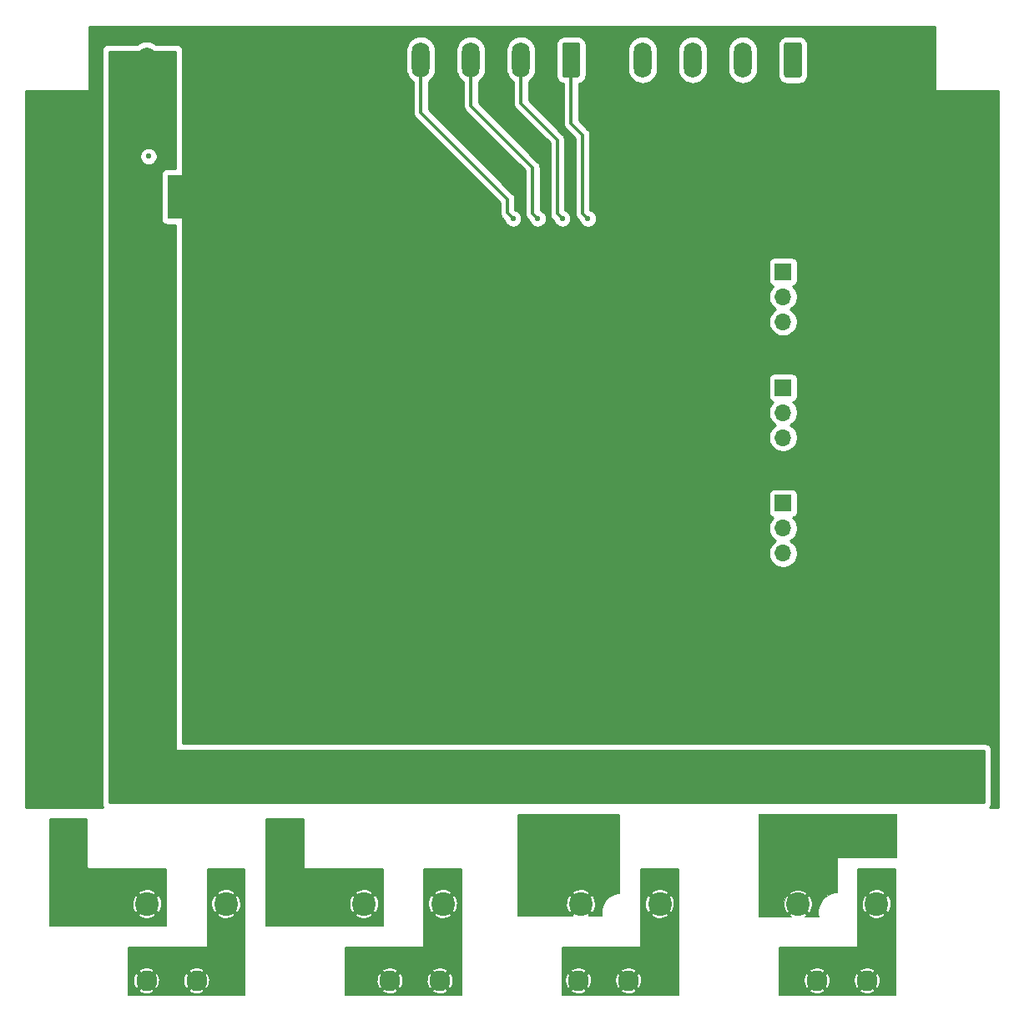
<source format=gbl>
G04 #@! TF.GenerationSoftware,KiCad,Pcbnew,(5.1.9)-1*
G04 #@! TF.CreationDate,2021-07-18T17:28:12-05:00*
G04 #@! TF.ProjectId,jac_board,6a61635f-626f-4617-9264-2e6b69636164,rev?*
G04 #@! TF.SameCoordinates,Original*
G04 #@! TF.FileFunction,Copper,L2,Bot*
G04 #@! TF.FilePolarity,Positive*
%FSLAX46Y46*%
G04 Gerber Fmt 4.6, Leading zero omitted, Abs format (unit mm)*
G04 Created by KiCad (PCBNEW (5.1.9)-1) date 2021-07-18 17:28:12*
%MOMM*%
%LPD*%
G01*
G04 APERTURE LIST*
G04 #@! TA.AperFunction,ComponentPad*
%ADD10O,1.800000X3.600000*%
G04 #@! TD*
G04 #@! TA.AperFunction,ComponentPad*
%ADD11C,2.400000*%
G04 #@! TD*
G04 #@! TA.AperFunction,ComponentPad*
%ADD12O,1.700000X1.700000*%
G04 #@! TD*
G04 #@! TA.AperFunction,ComponentPad*
%ADD13R,1.700000X1.700000*%
G04 #@! TD*
G04 #@! TA.AperFunction,ComponentPad*
%ADD14C,2.100000*%
G04 #@! TD*
G04 #@! TA.AperFunction,ComponentPad*
%ADD15C,0.600000*%
G04 #@! TD*
G04 #@! TA.AperFunction,SMDPad,CuDef*
%ADD16R,2.950000X4.500000*%
G04 #@! TD*
G04 #@! TA.AperFunction,ViaPad*
%ADD17C,0.550000*%
G04 #@! TD*
G04 #@! TA.AperFunction,ViaPad*
%ADD18C,0.600000*%
G04 #@! TD*
G04 #@! TA.AperFunction,Conductor*
%ADD19C,0.250000*%
G04 #@! TD*
G04 #@! TA.AperFunction,Conductor*
%ADD20C,0.300000*%
G04 #@! TD*
G04 #@! TA.AperFunction,Conductor*
%ADD21C,0.254000*%
G04 #@! TD*
G04 #@! TA.AperFunction,Conductor*
%ADD22C,0.149860*%
G04 #@! TD*
G04 #@! TA.AperFunction,Conductor*
%ADD23C,0.200000*%
G04 #@! TD*
G04 #@! TA.AperFunction,Conductor*
%ADD24C,0.100000*%
G04 #@! TD*
G04 APERTURE END LIST*
D10*
X137920000Y-51500000D03*
G04 #@! TA.AperFunction,ComponentPad*
G36*
G01*
X143900000Y-49950000D02*
X143900000Y-53050000D01*
G75*
G02*
X143650000Y-53300000I-250000J0D01*
G01*
X142350000Y-53300000D01*
G75*
G02*
X142100000Y-53050000I0J250000D01*
G01*
X142100000Y-49950000D01*
G75*
G02*
X142350000Y-49700000I250000J0D01*
G01*
X143650000Y-49700000D01*
G75*
G02*
X143900000Y-49950000I0J-250000D01*
G01*
G37*
G04 #@! TD.AperFunction*
D11*
X146000000Y-136700000D03*
X138000000Y-136700000D03*
X168000000Y-136700000D03*
X160000000Y-136700000D03*
X190000000Y-136700000D03*
X182000000Y-136700000D03*
X212000000Y-136700000D03*
X204000000Y-136700000D03*
D12*
X202500000Y-80120000D03*
X202500000Y-77580000D03*
X202500000Y-75040000D03*
D13*
X202500000Y-72500000D03*
D14*
X143000000Y-144500000D03*
X137920000Y-144500000D03*
X167713334Y-144500000D03*
X162633334Y-144500000D03*
X186836667Y-144500000D03*
X181756667Y-144500000D03*
X211040000Y-144500000D03*
X205960000Y-144500000D03*
D12*
X202500000Y-103620000D03*
X202500000Y-101080000D03*
X202500000Y-98540000D03*
D13*
X202500000Y-96000000D03*
D12*
X202500000Y-91870000D03*
X202500000Y-89330000D03*
X202500000Y-86790000D03*
D13*
X202500000Y-84250000D03*
D15*
X140900000Y-63085000D03*
X140900000Y-64185000D03*
X142100000Y-64185000D03*
X142100000Y-63085000D03*
X140900000Y-66685000D03*
X140900000Y-65485000D03*
X142100000Y-65485000D03*
X142100000Y-66685000D03*
D16*
X141500000Y-64885000D03*
D10*
X188260000Y-51000000D03*
X193340000Y-51000000D03*
X198420000Y-51000000D03*
G04 #@! TA.AperFunction,ComponentPad*
G36*
G01*
X204400000Y-49450000D02*
X204400000Y-52550000D01*
G75*
G02*
X204150000Y-52800000I-250000J0D01*
G01*
X202850000Y-52800000D01*
G75*
G02*
X202600000Y-52550000I0J250000D01*
G01*
X202600000Y-49450000D01*
G75*
G02*
X202850000Y-49200000I250000J0D01*
G01*
X204150000Y-49200000D01*
G75*
G02*
X204400000Y-49450000I0J-250000D01*
G01*
G37*
G04 #@! TD.AperFunction*
X165760000Y-51000000D03*
X170840000Y-51000000D03*
X175920000Y-51000000D03*
G04 #@! TA.AperFunction,ComponentPad*
G36*
G01*
X181900000Y-49450000D02*
X181900000Y-52550000D01*
G75*
G02*
X181650000Y-52800000I-250000J0D01*
G01*
X180350000Y-52800000D01*
G75*
G02*
X180100000Y-52550000I0J250000D01*
G01*
X180100000Y-49450000D01*
G75*
G02*
X180350000Y-49200000I250000J0D01*
G01*
X181650000Y-49200000D01*
G75*
G02*
X181900000Y-49450000I0J-250000D01*
G01*
G37*
G04 #@! TD.AperFunction*
D17*
X183997600Y-87833200D03*
X186486800Y-85826600D03*
X179806600Y-89001600D03*
X179857400Y-94996000D03*
X194411600Y-99542600D03*
X195910200Y-99898200D03*
X127762000Y-112776000D03*
X130987800Y-116078000D03*
X149504400Y-112801400D03*
X152730200Y-115951000D03*
X175158400Y-116027200D03*
X177088800Y-118541800D03*
X201726800Y-116052600D03*
D18*
X203606400Y-118541800D03*
D17*
X127533400Y-68326000D03*
X127558800Y-61874400D03*
X158394400Y-60731400D03*
X158343600Y-69494400D03*
X192252600Y-95529400D03*
X187579000Y-89941400D03*
X192430400Y-89966800D03*
X197000000Y-85750000D03*
X197000000Y-87750000D03*
X194500000Y-88750000D03*
X194500000Y-86750000D03*
X182499000Y-79679800D03*
X179298600Y-75057000D03*
X179298600Y-78232000D03*
X181229000Y-78206600D03*
X138125200Y-60782200D03*
X145034000Y-72034400D03*
D18*
X177850000Y-89000000D03*
X177750000Y-91950000D03*
X177750000Y-95000000D03*
X183350000Y-90650000D03*
X183845200Y-93141800D03*
X163957000Y-97510600D03*
X173380400Y-97485200D03*
X174472600Y-97688400D03*
D17*
X141750000Y-126000000D03*
X141750000Y-121750000D03*
X138000000Y-121750000D03*
X196000000Y-121750000D03*
X218725000Y-121775000D03*
X222750000Y-122250000D03*
X222750000Y-126000000D03*
X163490000Y-126000000D03*
X163490000Y-121750000D03*
X159740000Y-121750000D03*
X137400600Y-65520000D03*
X196000000Y-126000000D03*
X175100000Y-67100000D03*
X177600000Y-67100000D03*
X180100000Y-67100000D03*
X182700000Y-67100000D03*
D19*
X194411600Y-99542600D02*
X195681600Y-99542600D01*
D20*
X165760000Y-56362200D02*
X165760000Y-51000000D01*
X174548000Y-65150200D02*
X165760000Y-56362200D01*
X174548000Y-66548000D02*
X174548000Y-65150200D01*
X175100000Y-67100000D02*
X174548000Y-66548000D01*
X170840000Y-55640000D02*
X170840000Y-51000000D01*
X177098800Y-61898800D02*
X170840000Y-55640000D01*
X177098800Y-66598800D02*
X177098800Y-61898800D01*
X177600000Y-67100000D02*
X177098800Y-66598800D01*
X175920000Y-55420000D02*
X175920000Y-51000000D01*
X179603400Y-59103400D02*
X175920000Y-55420000D01*
X179603400Y-66603400D02*
X179603400Y-59103400D01*
X180100000Y-67100000D02*
X179603400Y-66603400D01*
X181000000Y-57449200D02*
X181000000Y-51000000D01*
X182173400Y-58622600D02*
X181000000Y-57449200D01*
X182173400Y-66573400D02*
X182173400Y-58622600D01*
X182700000Y-67100000D02*
X182173400Y-66573400D01*
D21*
X222873000Y-126373000D02*
X134127000Y-126373000D01*
X134127000Y-121127000D01*
X222873000Y-121127000D01*
X222873000Y-126373000D01*
G04 #@! TA.AperFunction,Conductor*
D22*
G36*
X222873000Y-126373000D02*
G01*
X134127000Y-126373000D01*
X134127000Y-121127000D01*
X222873000Y-121127000D01*
X222873000Y-126373000D01*
G37*
G04 #@! TD.AperFunction*
D21*
X140873000Y-61996928D02*
X140025000Y-61996928D01*
X139900518Y-62009188D01*
X139780820Y-62045498D01*
X139670506Y-62104463D01*
X139573815Y-62183815D01*
X139494463Y-62280506D01*
X139435498Y-62390820D01*
X139399188Y-62510518D01*
X139386928Y-62635000D01*
X139386928Y-67135000D01*
X139399188Y-67259482D01*
X139435498Y-67379180D01*
X139494463Y-67489494D01*
X139573815Y-67586185D01*
X139670506Y-67665537D01*
X139780820Y-67724502D01*
X139900518Y-67760812D01*
X140025000Y-67773072D01*
X140873000Y-67773072D01*
X140873000Y-122873000D01*
X134127000Y-122873000D01*
X134127000Y-60692573D01*
X137215200Y-60692573D01*
X137215200Y-60871827D01*
X137250171Y-61047637D01*
X137318769Y-61213247D01*
X137418357Y-61362291D01*
X137545109Y-61489043D01*
X137694153Y-61588631D01*
X137859763Y-61657229D01*
X138035573Y-61692200D01*
X138214827Y-61692200D01*
X138390637Y-61657229D01*
X138556247Y-61588631D01*
X138705291Y-61489043D01*
X138832043Y-61362291D01*
X138931631Y-61213247D01*
X139000229Y-61047637D01*
X139035200Y-60871827D01*
X139035200Y-60692573D01*
X139000229Y-60516763D01*
X138931631Y-60351153D01*
X138832043Y-60202109D01*
X138705291Y-60075357D01*
X138556247Y-59975769D01*
X138390637Y-59907171D01*
X138214827Y-59872200D01*
X138035573Y-59872200D01*
X137859763Y-59907171D01*
X137694153Y-59975769D01*
X137545109Y-60075357D01*
X137418357Y-60202109D01*
X137318769Y-60351153D01*
X137250171Y-60516763D01*
X137215200Y-60692573D01*
X134127000Y-60692573D01*
X134127000Y-50127000D01*
X140873000Y-50127000D01*
X140873000Y-61996928D01*
G04 #@! TA.AperFunction,Conductor*
D22*
G36*
X140873000Y-61996928D02*
G01*
X140025000Y-61996928D01*
X139900518Y-62009188D01*
X139780820Y-62045498D01*
X139670506Y-62104463D01*
X139573815Y-62183815D01*
X139494463Y-62280506D01*
X139435498Y-62390820D01*
X139399188Y-62510518D01*
X139386928Y-62635000D01*
X139386928Y-67135000D01*
X139399188Y-67259482D01*
X139435498Y-67379180D01*
X139494463Y-67489494D01*
X139573815Y-67586185D01*
X139670506Y-67665537D01*
X139780820Y-67724502D01*
X139900518Y-67760812D01*
X140025000Y-67773072D01*
X140873000Y-67773072D01*
X140873000Y-122873000D01*
X134127000Y-122873000D01*
X134127000Y-60692573D01*
X137215200Y-60692573D01*
X137215200Y-60871827D01*
X137250171Y-61047637D01*
X137318769Y-61213247D01*
X137418357Y-61362291D01*
X137545109Y-61489043D01*
X137694153Y-61588631D01*
X137859763Y-61657229D01*
X138035573Y-61692200D01*
X138214827Y-61692200D01*
X138390637Y-61657229D01*
X138556247Y-61588631D01*
X138705291Y-61489043D01*
X138832043Y-61362291D01*
X138931631Y-61213247D01*
X139000229Y-61047637D01*
X139035200Y-60871827D01*
X139035200Y-60692573D01*
X139000229Y-60516763D01*
X138931631Y-60351153D01*
X138832043Y-60202109D01*
X138705291Y-60075357D01*
X138556247Y-59975769D01*
X138390637Y-59907171D01*
X138214827Y-59872200D01*
X138035573Y-59872200D01*
X137859763Y-59907171D01*
X137694153Y-59975769D01*
X137545109Y-60075357D01*
X137418357Y-60202109D01*
X137318769Y-60351153D01*
X137250171Y-60516763D01*
X137215200Y-60692573D01*
X134127000Y-60692573D01*
X134127000Y-50127000D01*
X140873000Y-50127000D01*
X140873000Y-61996928D01*
G37*
G04 #@! TD.AperFunction*
D21*
X217873000Y-54000000D02*
X217875440Y-54024776D01*
X217882667Y-54048601D01*
X217894403Y-54070557D01*
X217910197Y-54089803D01*
X217929443Y-54105597D01*
X217951399Y-54117333D01*
X217975224Y-54124560D01*
X218000000Y-54127000D01*
X224340000Y-54127000D01*
X224340001Y-126873000D01*
X223511395Y-126873000D01*
X223527983Y-126852787D01*
X223586664Y-126743004D01*
X223622799Y-126623882D01*
X223635000Y-126500000D01*
X223635000Y-126215310D01*
X223660000Y-126089627D01*
X223660000Y-125910373D01*
X223635000Y-125784690D01*
X223635000Y-122465310D01*
X223660000Y-122339627D01*
X223660000Y-122160373D01*
X223635000Y-122034690D01*
X223635000Y-121000000D01*
X223622799Y-120876118D01*
X223586664Y-120756996D01*
X223527983Y-120647213D01*
X223449013Y-120550987D01*
X223352787Y-120472017D01*
X223243004Y-120413336D01*
X223123882Y-120377201D01*
X223000000Y-120365000D01*
X141635000Y-120365000D01*
X141635000Y-95150000D01*
X201011928Y-95150000D01*
X201011928Y-96850000D01*
X201024188Y-96974482D01*
X201060498Y-97094180D01*
X201119463Y-97204494D01*
X201198815Y-97301185D01*
X201295506Y-97380537D01*
X201405820Y-97439502D01*
X201478380Y-97461513D01*
X201346525Y-97593368D01*
X201184010Y-97836589D01*
X201072068Y-98106842D01*
X201015000Y-98393740D01*
X201015000Y-98686260D01*
X201072068Y-98973158D01*
X201184010Y-99243411D01*
X201346525Y-99486632D01*
X201553368Y-99693475D01*
X201727760Y-99810000D01*
X201553368Y-99926525D01*
X201346525Y-100133368D01*
X201184010Y-100376589D01*
X201072068Y-100646842D01*
X201015000Y-100933740D01*
X201015000Y-101226260D01*
X201072068Y-101513158D01*
X201184010Y-101783411D01*
X201346525Y-102026632D01*
X201553368Y-102233475D01*
X201796589Y-102395990D01*
X202066842Y-102507932D01*
X202353740Y-102565000D01*
X202646260Y-102565000D01*
X202933158Y-102507932D01*
X203203411Y-102395990D01*
X203446632Y-102233475D01*
X203653475Y-102026632D01*
X203815990Y-101783411D01*
X203927932Y-101513158D01*
X203985000Y-101226260D01*
X203985000Y-100933740D01*
X203927932Y-100646842D01*
X203815990Y-100376589D01*
X203653475Y-100133368D01*
X203446632Y-99926525D01*
X203272240Y-99810000D01*
X203446632Y-99693475D01*
X203653475Y-99486632D01*
X203815990Y-99243411D01*
X203927932Y-98973158D01*
X203985000Y-98686260D01*
X203985000Y-98393740D01*
X203927932Y-98106842D01*
X203815990Y-97836589D01*
X203653475Y-97593368D01*
X203521620Y-97461513D01*
X203594180Y-97439502D01*
X203704494Y-97380537D01*
X203801185Y-97301185D01*
X203880537Y-97204494D01*
X203939502Y-97094180D01*
X203975812Y-96974482D01*
X203988072Y-96850000D01*
X203988072Y-95150000D01*
X203975812Y-95025518D01*
X203939502Y-94905820D01*
X203880537Y-94795506D01*
X203801185Y-94698815D01*
X203704494Y-94619463D01*
X203594180Y-94560498D01*
X203474482Y-94524188D01*
X203350000Y-94511928D01*
X201650000Y-94511928D01*
X201525518Y-94524188D01*
X201405820Y-94560498D01*
X201295506Y-94619463D01*
X201198815Y-94698815D01*
X201119463Y-94795506D01*
X201060498Y-94905820D01*
X201024188Y-95025518D01*
X201011928Y-95150000D01*
X141635000Y-95150000D01*
X141635000Y-83400000D01*
X201011928Y-83400000D01*
X201011928Y-85100000D01*
X201024188Y-85224482D01*
X201060498Y-85344180D01*
X201119463Y-85454494D01*
X201198815Y-85551185D01*
X201295506Y-85630537D01*
X201405820Y-85689502D01*
X201478380Y-85711513D01*
X201346525Y-85843368D01*
X201184010Y-86086589D01*
X201072068Y-86356842D01*
X201015000Y-86643740D01*
X201015000Y-86936260D01*
X201072068Y-87223158D01*
X201184010Y-87493411D01*
X201346525Y-87736632D01*
X201553368Y-87943475D01*
X201727760Y-88060000D01*
X201553368Y-88176525D01*
X201346525Y-88383368D01*
X201184010Y-88626589D01*
X201072068Y-88896842D01*
X201015000Y-89183740D01*
X201015000Y-89476260D01*
X201072068Y-89763158D01*
X201184010Y-90033411D01*
X201346525Y-90276632D01*
X201553368Y-90483475D01*
X201796589Y-90645990D01*
X202066842Y-90757932D01*
X202353740Y-90815000D01*
X202646260Y-90815000D01*
X202933158Y-90757932D01*
X203203411Y-90645990D01*
X203446632Y-90483475D01*
X203653475Y-90276632D01*
X203815990Y-90033411D01*
X203927932Y-89763158D01*
X203985000Y-89476260D01*
X203985000Y-89183740D01*
X203927932Y-88896842D01*
X203815990Y-88626589D01*
X203653475Y-88383368D01*
X203446632Y-88176525D01*
X203272240Y-88060000D01*
X203446632Y-87943475D01*
X203653475Y-87736632D01*
X203815990Y-87493411D01*
X203927932Y-87223158D01*
X203985000Y-86936260D01*
X203985000Y-86643740D01*
X203927932Y-86356842D01*
X203815990Y-86086589D01*
X203653475Y-85843368D01*
X203521620Y-85711513D01*
X203594180Y-85689502D01*
X203704494Y-85630537D01*
X203801185Y-85551185D01*
X203880537Y-85454494D01*
X203939502Y-85344180D01*
X203975812Y-85224482D01*
X203988072Y-85100000D01*
X203988072Y-83400000D01*
X203975812Y-83275518D01*
X203939502Y-83155820D01*
X203880537Y-83045506D01*
X203801185Y-82948815D01*
X203704494Y-82869463D01*
X203594180Y-82810498D01*
X203474482Y-82774188D01*
X203350000Y-82761928D01*
X201650000Y-82761928D01*
X201525518Y-82774188D01*
X201405820Y-82810498D01*
X201295506Y-82869463D01*
X201198815Y-82948815D01*
X201119463Y-83045506D01*
X201060498Y-83155820D01*
X201024188Y-83275518D01*
X201011928Y-83400000D01*
X141635000Y-83400000D01*
X141635000Y-71650000D01*
X201011928Y-71650000D01*
X201011928Y-73350000D01*
X201024188Y-73474482D01*
X201060498Y-73594180D01*
X201119463Y-73704494D01*
X201198815Y-73801185D01*
X201295506Y-73880537D01*
X201405820Y-73939502D01*
X201478380Y-73961513D01*
X201346525Y-74093368D01*
X201184010Y-74336589D01*
X201072068Y-74606842D01*
X201015000Y-74893740D01*
X201015000Y-75186260D01*
X201072068Y-75473158D01*
X201184010Y-75743411D01*
X201346525Y-75986632D01*
X201553368Y-76193475D01*
X201727760Y-76310000D01*
X201553368Y-76426525D01*
X201346525Y-76633368D01*
X201184010Y-76876589D01*
X201072068Y-77146842D01*
X201015000Y-77433740D01*
X201015000Y-77726260D01*
X201072068Y-78013158D01*
X201184010Y-78283411D01*
X201346525Y-78526632D01*
X201553368Y-78733475D01*
X201796589Y-78895990D01*
X202066842Y-79007932D01*
X202353740Y-79065000D01*
X202646260Y-79065000D01*
X202933158Y-79007932D01*
X203203411Y-78895990D01*
X203446632Y-78733475D01*
X203653475Y-78526632D01*
X203815990Y-78283411D01*
X203927932Y-78013158D01*
X203985000Y-77726260D01*
X203985000Y-77433740D01*
X203927932Y-77146842D01*
X203815990Y-76876589D01*
X203653475Y-76633368D01*
X203446632Y-76426525D01*
X203272240Y-76310000D01*
X203446632Y-76193475D01*
X203653475Y-75986632D01*
X203815990Y-75743411D01*
X203927932Y-75473158D01*
X203985000Y-75186260D01*
X203985000Y-74893740D01*
X203927932Y-74606842D01*
X203815990Y-74336589D01*
X203653475Y-74093368D01*
X203521620Y-73961513D01*
X203594180Y-73939502D01*
X203704494Y-73880537D01*
X203801185Y-73801185D01*
X203880537Y-73704494D01*
X203939502Y-73594180D01*
X203975812Y-73474482D01*
X203988072Y-73350000D01*
X203988072Y-71650000D01*
X203975812Y-71525518D01*
X203939502Y-71405820D01*
X203880537Y-71295506D01*
X203801185Y-71198815D01*
X203704494Y-71119463D01*
X203594180Y-71060498D01*
X203474482Y-71024188D01*
X203350000Y-71011928D01*
X201650000Y-71011928D01*
X201525518Y-71024188D01*
X201405820Y-71060498D01*
X201295506Y-71119463D01*
X201198815Y-71198815D01*
X201119463Y-71295506D01*
X201060498Y-71405820D01*
X201024188Y-71525518D01*
X201011928Y-71650000D01*
X141635000Y-71650000D01*
X141635000Y-50024592D01*
X164225000Y-50024592D01*
X164225000Y-51975407D01*
X164247210Y-52200912D01*
X164334983Y-52490260D01*
X164477519Y-52756926D01*
X164669339Y-52990661D01*
X164903073Y-53182481D01*
X164975001Y-53220927D01*
X164975000Y-56323647D01*
X164971203Y-56362200D01*
X164975000Y-56400753D01*
X164975000Y-56400760D01*
X164986359Y-56516086D01*
X165031246Y-56664059D01*
X165104138Y-56800432D01*
X165202236Y-56919964D01*
X165232190Y-56944547D01*
X173763001Y-65475358D01*
X173763000Y-66509447D01*
X173759203Y-66548000D01*
X173763000Y-66586553D01*
X173763000Y-66586560D01*
X173774359Y-66701886D01*
X173819246Y-66849859D01*
X173892138Y-66986232D01*
X173990236Y-67105764D01*
X174020190Y-67130347D01*
X174217445Y-67327602D01*
X174224971Y-67365437D01*
X174293569Y-67531047D01*
X174393157Y-67680091D01*
X174519909Y-67806843D01*
X174668953Y-67906431D01*
X174834563Y-67975029D01*
X175010373Y-68010000D01*
X175189627Y-68010000D01*
X175365437Y-67975029D01*
X175531047Y-67906431D01*
X175680091Y-67806843D01*
X175806843Y-67680091D01*
X175906431Y-67531047D01*
X175975029Y-67365437D01*
X176010000Y-67189627D01*
X176010000Y-67010373D01*
X175975029Y-66834563D01*
X175906431Y-66668953D01*
X175806843Y-66519909D01*
X175680091Y-66393157D01*
X175531047Y-66293569D01*
X175365437Y-66224971D01*
X175333000Y-66218519D01*
X175333000Y-65188756D01*
X175336797Y-65150200D01*
X175333000Y-65111644D01*
X175333000Y-65111639D01*
X175329020Y-65071226D01*
X175321642Y-64996313D01*
X175276754Y-64848340D01*
X175203862Y-64711967D01*
X175105764Y-64592436D01*
X175075810Y-64567853D01*
X166545000Y-56037043D01*
X166545000Y-53220926D01*
X166616926Y-53182481D01*
X166850661Y-52990661D01*
X167042481Y-52756927D01*
X167185017Y-52490261D01*
X167272790Y-52200913D01*
X167295000Y-51975408D01*
X167295000Y-50024592D01*
X169305000Y-50024592D01*
X169305000Y-51975407D01*
X169327210Y-52200912D01*
X169414983Y-52490260D01*
X169557519Y-52756926D01*
X169749339Y-52990661D01*
X169983073Y-53182481D01*
X170055001Y-53220927D01*
X170055000Y-55601447D01*
X170051203Y-55640000D01*
X170055000Y-55678553D01*
X170055000Y-55678560D01*
X170066359Y-55793886D01*
X170111246Y-55941859D01*
X170184138Y-56078232D01*
X170282236Y-56197764D01*
X170312190Y-56222347D01*
X176313801Y-62223958D01*
X176313800Y-66560247D01*
X176310003Y-66598800D01*
X176313800Y-66637353D01*
X176313800Y-66637360D01*
X176325159Y-66752686D01*
X176370046Y-66900659D01*
X176442938Y-67037032D01*
X176541036Y-67156564D01*
X176570990Y-67181147D01*
X176717445Y-67327602D01*
X176724971Y-67365437D01*
X176793569Y-67531047D01*
X176893157Y-67680091D01*
X177019909Y-67806843D01*
X177168953Y-67906431D01*
X177334563Y-67975029D01*
X177510373Y-68010000D01*
X177689627Y-68010000D01*
X177865437Y-67975029D01*
X178031047Y-67906431D01*
X178180091Y-67806843D01*
X178306843Y-67680091D01*
X178406431Y-67531047D01*
X178475029Y-67365437D01*
X178510000Y-67189627D01*
X178510000Y-67010373D01*
X178475029Y-66834563D01*
X178406431Y-66668953D01*
X178306843Y-66519909D01*
X178180091Y-66393157D01*
X178031047Y-66293569D01*
X177883800Y-66232577D01*
X177883800Y-61937356D01*
X177887597Y-61898800D01*
X177883800Y-61860244D01*
X177883800Y-61860239D01*
X177879820Y-61819826D01*
X177872442Y-61744913D01*
X177827554Y-61596940D01*
X177754662Y-61460567D01*
X177656564Y-61341036D01*
X177626610Y-61316453D01*
X171625000Y-55314843D01*
X171625000Y-53220926D01*
X171696926Y-53182481D01*
X171930661Y-52990661D01*
X172122481Y-52756927D01*
X172265017Y-52490261D01*
X172352790Y-52200913D01*
X172375000Y-51975408D01*
X172375000Y-50024592D01*
X174385000Y-50024592D01*
X174385000Y-51975407D01*
X174407210Y-52200912D01*
X174494983Y-52490260D01*
X174637519Y-52756926D01*
X174829339Y-52990661D01*
X175063073Y-53182481D01*
X175135000Y-53220927D01*
X175135000Y-55381447D01*
X175131203Y-55420000D01*
X175135000Y-55458553D01*
X175135000Y-55458560D01*
X175146359Y-55573886D01*
X175191246Y-55721859D01*
X175264138Y-55858232D01*
X175362236Y-55977764D01*
X175392190Y-56002347D01*
X178818401Y-59428559D01*
X178818400Y-66564847D01*
X178814603Y-66603400D01*
X178818400Y-66641953D01*
X178818400Y-66641960D01*
X178829759Y-66757286D01*
X178874646Y-66905259D01*
X178947538Y-67041632D01*
X179045636Y-67161164D01*
X179075590Y-67185747D01*
X179217445Y-67327602D01*
X179224971Y-67365437D01*
X179293569Y-67531047D01*
X179393157Y-67680091D01*
X179519909Y-67806843D01*
X179668953Y-67906431D01*
X179834563Y-67975029D01*
X180010373Y-68010000D01*
X180189627Y-68010000D01*
X180365437Y-67975029D01*
X180531047Y-67906431D01*
X180680091Y-67806843D01*
X180806843Y-67680091D01*
X180906431Y-67531047D01*
X180975029Y-67365437D01*
X181010000Y-67189627D01*
X181010000Y-67010373D01*
X180975029Y-66834563D01*
X180906431Y-66668953D01*
X180806843Y-66519909D01*
X180680091Y-66393157D01*
X180531047Y-66293569D01*
X180388400Y-66234483D01*
X180388400Y-59141952D01*
X180392197Y-59103399D01*
X180388400Y-59064846D01*
X180388400Y-59064839D01*
X180377041Y-58949513D01*
X180332154Y-58801540D01*
X180259262Y-58665167D01*
X180161164Y-58545636D01*
X180131216Y-58521058D01*
X176705000Y-55094843D01*
X176705000Y-53220926D01*
X176776926Y-53182481D01*
X177010661Y-52990661D01*
X177202481Y-52756927D01*
X177345017Y-52490261D01*
X177432790Y-52200913D01*
X177455000Y-51975408D01*
X177455000Y-50024592D01*
X177432790Y-49799087D01*
X177345017Y-49509739D01*
X177313086Y-49450000D01*
X179461928Y-49450000D01*
X179461928Y-52550000D01*
X179478992Y-52723254D01*
X179529528Y-52889850D01*
X179611595Y-53043386D01*
X179722038Y-53177962D01*
X179856614Y-53288405D01*
X180010150Y-53370472D01*
X180176746Y-53421008D01*
X180215001Y-53424776D01*
X180215000Y-57410647D01*
X180211203Y-57449200D01*
X180215000Y-57487753D01*
X180215000Y-57487760D01*
X180226359Y-57603086D01*
X180271246Y-57751059D01*
X180344138Y-57887432D01*
X180442236Y-58006964D01*
X180472190Y-58031547D01*
X181388401Y-58947759D01*
X181388400Y-66534847D01*
X181384603Y-66573400D01*
X181388400Y-66611953D01*
X181388400Y-66611960D01*
X181399759Y-66727286D01*
X181444646Y-66875259D01*
X181517538Y-67011632D01*
X181615636Y-67131164D01*
X181645590Y-67155747D01*
X181817445Y-67327602D01*
X181824971Y-67365437D01*
X181893569Y-67531047D01*
X181993157Y-67680091D01*
X182119909Y-67806843D01*
X182268953Y-67906431D01*
X182434563Y-67975029D01*
X182610373Y-68010000D01*
X182789627Y-68010000D01*
X182965437Y-67975029D01*
X183131047Y-67906431D01*
X183280091Y-67806843D01*
X183406843Y-67680091D01*
X183506431Y-67531047D01*
X183575029Y-67365437D01*
X183610000Y-67189627D01*
X183610000Y-67010373D01*
X183575029Y-66834563D01*
X183506431Y-66668953D01*
X183406843Y-66519909D01*
X183280091Y-66393157D01*
X183131047Y-66293569D01*
X182965437Y-66224971D01*
X182958400Y-66223571D01*
X182958400Y-58661152D01*
X182962197Y-58622599D01*
X182958400Y-58584046D01*
X182958400Y-58584039D01*
X182947041Y-58468713D01*
X182902154Y-58320740D01*
X182829262Y-58184367D01*
X182731164Y-58064836D01*
X182701215Y-58040258D01*
X181785000Y-57124043D01*
X181785000Y-53424776D01*
X181823254Y-53421008D01*
X181989850Y-53370472D01*
X182143386Y-53288405D01*
X182277962Y-53177962D01*
X182388405Y-53043386D01*
X182470472Y-52889850D01*
X182521008Y-52723254D01*
X182538072Y-52550000D01*
X182538072Y-50024592D01*
X186725000Y-50024592D01*
X186725000Y-51975407D01*
X186747210Y-52200912D01*
X186834983Y-52490260D01*
X186977519Y-52756926D01*
X187169339Y-52990661D01*
X187403073Y-53182481D01*
X187669739Y-53325017D01*
X187959087Y-53412790D01*
X188260000Y-53442427D01*
X188560912Y-53412790D01*
X188850260Y-53325017D01*
X189116926Y-53182481D01*
X189350661Y-52990661D01*
X189542481Y-52756927D01*
X189685017Y-52490261D01*
X189772790Y-52200913D01*
X189795000Y-51975408D01*
X189795000Y-50024592D01*
X191805000Y-50024592D01*
X191805000Y-51975407D01*
X191827210Y-52200912D01*
X191914983Y-52490260D01*
X192057519Y-52756926D01*
X192249339Y-52990661D01*
X192483073Y-53182481D01*
X192749739Y-53325017D01*
X193039087Y-53412790D01*
X193340000Y-53442427D01*
X193640912Y-53412790D01*
X193930260Y-53325017D01*
X194196926Y-53182481D01*
X194430661Y-52990661D01*
X194622481Y-52756927D01*
X194765017Y-52490261D01*
X194852790Y-52200913D01*
X194875000Y-51975408D01*
X194875000Y-50024592D01*
X196885000Y-50024592D01*
X196885000Y-51975407D01*
X196907210Y-52200912D01*
X196994983Y-52490260D01*
X197137519Y-52756926D01*
X197329339Y-52990661D01*
X197563073Y-53182481D01*
X197829739Y-53325017D01*
X198119087Y-53412790D01*
X198420000Y-53442427D01*
X198720912Y-53412790D01*
X199010260Y-53325017D01*
X199276926Y-53182481D01*
X199510661Y-52990661D01*
X199702481Y-52756927D01*
X199845017Y-52490261D01*
X199932790Y-52200913D01*
X199955000Y-51975408D01*
X199955000Y-50024592D01*
X199932790Y-49799087D01*
X199845017Y-49509739D01*
X199813086Y-49450000D01*
X201961928Y-49450000D01*
X201961928Y-52550000D01*
X201978992Y-52723254D01*
X202029528Y-52889850D01*
X202111595Y-53043386D01*
X202222038Y-53177962D01*
X202356614Y-53288405D01*
X202510150Y-53370472D01*
X202676746Y-53421008D01*
X202850000Y-53438072D01*
X204150000Y-53438072D01*
X204323254Y-53421008D01*
X204489850Y-53370472D01*
X204643386Y-53288405D01*
X204777962Y-53177962D01*
X204888405Y-53043386D01*
X204970472Y-52889850D01*
X205021008Y-52723254D01*
X205038072Y-52550000D01*
X205038072Y-49450000D01*
X205021008Y-49276746D01*
X204970472Y-49110150D01*
X204888405Y-48956614D01*
X204777962Y-48822038D01*
X204643386Y-48711595D01*
X204489850Y-48629528D01*
X204323254Y-48578992D01*
X204150000Y-48561928D01*
X202850000Y-48561928D01*
X202676746Y-48578992D01*
X202510150Y-48629528D01*
X202356614Y-48711595D01*
X202222038Y-48822038D01*
X202111595Y-48956614D01*
X202029528Y-49110150D01*
X201978992Y-49276746D01*
X201961928Y-49450000D01*
X199813086Y-49450000D01*
X199702481Y-49243073D01*
X199510661Y-49009339D01*
X199276927Y-48817519D01*
X199010261Y-48674983D01*
X198720913Y-48587210D01*
X198420000Y-48557573D01*
X198119088Y-48587210D01*
X197829740Y-48674983D01*
X197563074Y-48817519D01*
X197329340Y-49009339D01*
X197137520Y-49243073D01*
X196994984Y-49509739D01*
X196907211Y-49799087D01*
X196885000Y-50024592D01*
X194875000Y-50024592D01*
X194852790Y-49799087D01*
X194765017Y-49509739D01*
X194622481Y-49243073D01*
X194430661Y-49009339D01*
X194196927Y-48817519D01*
X193930261Y-48674983D01*
X193640913Y-48587210D01*
X193340000Y-48557573D01*
X193039088Y-48587210D01*
X192749740Y-48674983D01*
X192483074Y-48817519D01*
X192249340Y-49009339D01*
X192057520Y-49243073D01*
X191914984Y-49509739D01*
X191827211Y-49799087D01*
X191805000Y-50024592D01*
X189795000Y-50024592D01*
X189772790Y-49799087D01*
X189685017Y-49509739D01*
X189542481Y-49243073D01*
X189350661Y-49009339D01*
X189116927Y-48817519D01*
X188850261Y-48674983D01*
X188560913Y-48587210D01*
X188260000Y-48557573D01*
X187959088Y-48587210D01*
X187669740Y-48674983D01*
X187403074Y-48817519D01*
X187169340Y-49009339D01*
X186977520Y-49243073D01*
X186834984Y-49509739D01*
X186747211Y-49799087D01*
X186725000Y-50024592D01*
X182538072Y-50024592D01*
X182538072Y-49450000D01*
X182521008Y-49276746D01*
X182470472Y-49110150D01*
X182388405Y-48956614D01*
X182277962Y-48822038D01*
X182143386Y-48711595D01*
X181989850Y-48629528D01*
X181823254Y-48578992D01*
X181650000Y-48561928D01*
X180350000Y-48561928D01*
X180176746Y-48578992D01*
X180010150Y-48629528D01*
X179856614Y-48711595D01*
X179722038Y-48822038D01*
X179611595Y-48956614D01*
X179529528Y-49110150D01*
X179478992Y-49276746D01*
X179461928Y-49450000D01*
X177313086Y-49450000D01*
X177202481Y-49243073D01*
X177010661Y-49009339D01*
X176776927Y-48817519D01*
X176510261Y-48674983D01*
X176220913Y-48587210D01*
X175920000Y-48557573D01*
X175619088Y-48587210D01*
X175329740Y-48674983D01*
X175063074Y-48817519D01*
X174829340Y-49009339D01*
X174637520Y-49243073D01*
X174494984Y-49509739D01*
X174407211Y-49799087D01*
X174385000Y-50024592D01*
X172375000Y-50024592D01*
X172352790Y-49799087D01*
X172265017Y-49509739D01*
X172122481Y-49243073D01*
X171930661Y-49009339D01*
X171696927Y-48817519D01*
X171430261Y-48674983D01*
X171140913Y-48587210D01*
X170840000Y-48557573D01*
X170539088Y-48587210D01*
X170249740Y-48674983D01*
X169983074Y-48817519D01*
X169749340Y-49009339D01*
X169557520Y-49243073D01*
X169414984Y-49509739D01*
X169327211Y-49799087D01*
X169305000Y-50024592D01*
X167295000Y-50024592D01*
X167272790Y-49799087D01*
X167185017Y-49509739D01*
X167042481Y-49243073D01*
X166850661Y-49009339D01*
X166616927Y-48817519D01*
X166350261Y-48674983D01*
X166060913Y-48587210D01*
X165760000Y-48557573D01*
X165459088Y-48587210D01*
X165169740Y-48674983D01*
X164903074Y-48817519D01*
X164669340Y-49009339D01*
X164477520Y-49243073D01*
X164334984Y-49509739D01*
X164247211Y-49799087D01*
X164225000Y-50024592D01*
X141635000Y-50024592D01*
X141635000Y-50000000D01*
X141622799Y-49876118D01*
X141586664Y-49756996D01*
X141527983Y-49647213D01*
X141449013Y-49550987D01*
X141352787Y-49472017D01*
X141243004Y-49413336D01*
X141123882Y-49377201D01*
X141000000Y-49365000D01*
X138834783Y-49365000D01*
X138776927Y-49317519D01*
X138510261Y-49174983D01*
X138220913Y-49087210D01*
X137920000Y-49057573D01*
X137619088Y-49087210D01*
X137329740Y-49174983D01*
X137063074Y-49317519D01*
X137005218Y-49365000D01*
X134000000Y-49365000D01*
X133876118Y-49377201D01*
X133756996Y-49413336D01*
X133647213Y-49472017D01*
X133550987Y-49550987D01*
X133472017Y-49647213D01*
X133413336Y-49756996D01*
X133377201Y-49876118D01*
X133365000Y-50000000D01*
X133365000Y-126500000D01*
X133377201Y-126623882D01*
X133413336Y-126743004D01*
X133472017Y-126852787D01*
X133488605Y-126873000D01*
X125660000Y-126873000D01*
X125660000Y-54127000D01*
X132000000Y-54127000D01*
X132024776Y-54124560D01*
X132048601Y-54117333D01*
X132070557Y-54105597D01*
X132089803Y-54089803D01*
X132105597Y-54070557D01*
X132117333Y-54048601D01*
X132124560Y-54024776D01*
X132127000Y-54000000D01*
X132127000Y-47660000D01*
X217873000Y-47660000D01*
X217873000Y-54000000D01*
G04 #@! TA.AperFunction,Conductor*
D22*
G36*
X217873000Y-54000000D02*
G01*
X217875440Y-54024776D01*
X217882667Y-54048601D01*
X217894403Y-54070557D01*
X217910197Y-54089803D01*
X217929443Y-54105597D01*
X217951399Y-54117333D01*
X217975224Y-54124560D01*
X218000000Y-54127000D01*
X224340000Y-54127000D01*
X224340001Y-126873000D01*
X223511395Y-126873000D01*
X223527983Y-126852787D01*
X223586664Y-126743004D01*
X223622799Y-126623882D01*
X223635000Y-126500000D01*
X223635000Y-126215310D01*
X223660000Y-126089627D01*
X223660000Y-125910373D01*
X223635000Y-125784690D01*
X223635000Y-122465310D01*
X223660000Y-122339627D01*
X223660000Y-122160373D01*
X223635000Y-122034690D01*
X223635000Y-121000000D01*
X223622799Y-120876118D01*
X223586664Y-120756996D01*
X223527983Y-120647213D01*
X223449013Y-120550987D01*
X223352787Y-120472017D01*
X223243004Y-120413336D01*
X223123882Y-120377201D01*
X223000000Y-120365000D01*
X141635000Y-120365000D01*
X141635000Y-95150000D01*
X201011928Y-95150000D01*
X201011928Y-96850000D01*
X201024188Y-96974482D01*
X201060498Y-97094180D01*
X201119463Y-97204494D01*
X201198815Y-97301185D01*
X201295506Y-97380537D01*
X201405820Y-97439502D01*
X201478380Y-97461513D01*
X201346525Y-97593368D01*
X201184010Y-97836589D01*
X201072068Y-98106842D01*
X201015000Y-98393740D01*
X201015000Y-98686260D01*
X201072068Y-98973158D01*
X201184010Y-99243411D01*
X201346525Y-99486632D01*
X201553368Y-99693475D01*
X201727760Y-99810000D01*
X201553368Y-99926525D01*
X201346525Y-100133368D01*
X201184010Y-100376589D01*
X201072068Y-100646842D01*
X201015000Y-100933740D01*
X201015000Y-101226260D01*
X201072068Y-101513158D01*
X201184010Y-101783411D01*
X201346525Y-102026632D01*
X201553368Y-102233475D01*
X201796589Y-102395990D01*
X202066842Y-102507932D01*
X202353740Y-102565000D01*
X202646260Y-102565000D01*
X202933158Y-102507932D01*
X203203411Y-102395990D01*
X203446632Y-102233475D01*
X203653475Y-102026632D01*
X203815990Y-101783411D01*
X203927932Y-101513158D01*
X203985000Y-101226260D01*
X203985000Y-100933740D01*
X203927932Y-100646842D01*
X203815990Y-100376589D01*
X203653475Y-100133368D01*
X203446632Y-99926525D01*
X203272240Y-99810000D01*
X203446632Y-99693475D01*
X203653475Y-99486632D01*
X203815990Y-99243411D01*
X203927932Y-98973158D01*
X203985000Y-98686260D01*
X203985000Y-98393740D01*
X203927932Y-98106842D01*
X203815990Y-97836589D01*
X203653475Y-97593368D01*
X203521620Y-97461513D01*
X203594180Y-97439502D01*
X203704494Y-97380537D01*
X203801185Y-97301185D01*
X203880537Y-97204494D01*
X203939502Y-97094180D01*
X203975812Y-96974482D01*
X203988072Y-96850000D01*
X203988072Y-95150000D01*
X203975812Y-95025518D01*
X203939502Y-94905820D01*
X203880537Y-94795506D01*
X203801185Y-94698815D01*
X203704494Y-94619463D01*
X203594180Y-94560498D01*
X203474482Y-94524188D01*
X203350000Y-94511928D01*
X201650000Y-94511928D01*
X201525518Y-94524188D01*
X201405820Y-94560498D01*
X201295506Y-94619463D01*
X201198815Y-94698815D01*
X201119463Y-94795506D01*
X201060498Y-94905820D01*
X201024188Y-95025518D01*
X201011928Y-95150000D01*
X141635000Y-95150000D01*
X141635000Y-83400000D01*
X201011928Y-83400000D01*
X201011928Y-85100000D01*
X201024188Y-85224482D01*
X201060498Y-85344180D01*
X201119463Y-85454494D01*
X201198815Y-85551185D01*
X201295506Y-85630537D01*
X201405820Y-85689502D01*
X201478380Y-85711513D01*
X201346525Y-85843368D01*
X201184010Y-86086589D01*
X201072068Y-86356842D01*
X201015000Y-86643740D01*
X201015000Y-86936260D01*
X201072068Y-87223158D01*
X201184010Y-87493411D01*
X201346525Y-87736632D01*
X201553368Y-87943475D01*
X201727760Y-88060000D01*
X201553368Y-88176525D01*
X201346525Y-88383368D01*
X201184010Y-88626589D01*
X201072068Y-88896842D01*
X201015000Y-89183740D01*
X201015000Y-89476260D01*
X201072068Y-89763158D01*
X201184010Y-90033411D01*
X201346525Y-90276632D01*
X201553368Y-90483475D01*
X201796589Y-90645990D01*
X202066842Y-90757932D01*
X202353740Y-90815000D01*
X202646260Y-90815000D01*
X202933158Y-90757932D01*
X203203411Y-90645990D01*
X203446632Y-90483475D01*
X203653475Y-90276632D01*
X203815990Y-90033411D01*
X203927932Y-89763158D01*
X203985000Y-89476260D01*
X203985000Y-89183740D01*
X203927932Y-88896842D01*
X203815990Y-88626589D01*
X203653475Y-88383368D01*
X203446632Y-88176525D01*
X203272240Y-88060000D01*
X203446632Y-87943475D01*
X203653475Y-87736632D01*
X203815990Y-87493411D01*
X203927932Y-87223158D01*
X203985000Y-86936260D01*
X203985000Y-86643740D01*
X203927932Y-86356842D01*
X203815990Y-86086589D01*
X203653475Y-85843368D01*
X203521620Y-85711513D01*
X203594180Y-85689502D01*
X203704494Y-85630537D01*
X203801185Y-85551185D01*
X203880537Y-85454494D01*
X203939502Y-85344180D01*
X203975812Y-85224482D01*
X203988072Y-85100000D01*
X203988072Y-83400000D01*
X203975812Y-83275518D01*
X203939502Y-83155820D01*
X203880537Y-83045506D01*
X203801185Y-82948815D01*
X203704494Y-82869463D01*
X203594180Y-82810498D01*
X203474482Y-82774188D01*
X203350000Y-82761928D01*
X201650000Y-82761928D01*
X201525518Y-82774188D01*
X201405820Y-82810498D01*
X201295506Y-82869463D01*
X201198815Y-82948815D01*
X201119463Y-83045506D01*
X201060498Y-83155820D01*
X201024188Y-83275518D01*
X201011928Y-83400000D01*
X141635000Y-83400000D01*
X141635000Y-71650000D01*
X201011928Y-71650000D01*
X201011928Y-73350000D01*
X201024188Y-73474482D01*
X201060498Y-73594180D01*
X201119463Y-73704494D01*
X201198815Y-73801185D01*
X201295506Y-73880537D01*
X201405820Y-73939502D01*
X201478380Y-73961513D01*
X201346525Y-74093368D01*
X201184010Y-74336589D01*
X201072068Y-74606842D01*
X201015000Y-74893740D01*
X201015000Y-75186260D01*
X201072068Y-75473158D01*
X201184010Y-75743411D01*
X201346525Y-75986632D01*
X201553368Y-76193475D01*
X201727760Y-76310000D01*
X201553368Y-76426525D01*
X201346525Y-76633368D01*
X201184010Y-76876589D01*
X201072068Y-77146842D01*
X201015000Y-77433740D01*
X201015000Y-77726260D01*
X201072068Y-78013158D01*
X201184010Y-78283411D01*
X201346525Y-78526632D01*
X201553368Y-78733475D01*
X201796589Y-78895990D01*
X202066842Y-79007932D01*
X202353740Y-79065000D01*
X202646260Y-79065000D01*
X202933158Y-79007932D01*
X203203411Y-78895990D01*
X203446632Y-78733475D01*
X203653475Y-78526632D01*
X203815990Y-78283411D01*
X203927932Y-78013158D01*
X203985000Y-77726260D01*
X203985000Y-77433740D01*
X203927932Y-77146842D01*
X203815990Y-76876589D01*
X203653475Y-76633368D01*
X203446632Y-76426525D01*
X203272240Y-76310000D01*
X203446632Y-76193475D01*
X203653475Y-75986632D01*
X203815990Y-75743411D01*
X203927932Y-75473158D01*
X203985000Y-75186260D01*
X203985000Y-74893740D01*
X203927932Y-74606842D01*
X203815990Y-74336589D01*
X203653475Y-74093368D01*
X203521620Y-73961513D01*
X203594180Y-73939502D01*
X203704494Y-73880537D01*
X203801185Y-73801185D01*
X203880537Y-73704494D01*
X203939502Y-73594180D01*
X203975812Y-73474482D01*
X203988072Y-73350000D01*
X203988072Y-71650000D01*
X203975812Y-71525518D01*
X203939502Y-71405820D01*
X203880537Y-71295506D01*
X203801185Y-71198815D01*
X203704494Y-71119463D01*
X203594180Y-71060498D01*
X203474482Y-71024188D01*
X203350000Y-71011928D01*
X201650000Y-71011928D01*
X201525518Y-71024188D01*
X201405820Y-71060498D01*
X201295506Y-71119463D01*
X201198815Y-71198815D01*
X201119463Y-71295506D01*
X201060498Y-71405820D01*
X201024188Y-71525518D01*
X201011928Y-71650000D01*
X141635000Y-71650000D01*
X141635000Y-50024592D01*
X164225000Y-50024592D01*
X164225000Y-51975407D01*
X164247210Y-52200912D01*
X164334983Y-52490260D01*
X164477519Y-52756926D01*
X164669339Y-52990661D01*
X164903073Y-53182481D01*
X164975001Y-53220927D01*
X164975000Y-56323647D01*
X164971203Y-56362200D01*
X164975000Y-56400753D01*
X164975000Y-56400760D01*
X164986359Y-56516086D01*
X165031246Y-56664059D01*
X165104138Y-56800432D01*
X165202236Y-56919964D01*
X165232190Y-56944547D01*
X173763001Y-65475358D01*
X173763000Y-66509447D01*
X173759203Y-66548000D01*
X173763000Y-66586553D01*
X173763000Y-66586560D01*
X173774359Y-66701886D01*
X173819246Y-66849859D01*
X173892138Y-66986232D01*
X173990236Y-67105764D01*
X174020190Y-67130347D01*
X174217445Y-67327602D01*
X174224971Y-67365437D01*
X174293569Y-67531047D01*
X174393157Y-67680091D01*
X174519909Y-67806843D01*
X174668953Y-67906431D01*
X174834563Y-67975029D01*
X175010373Y-68010000D01*
X175189627Y-68010000D01*
X175365437Y-67975029D01*
X175531047Y-67906431D01*
X175680091Y-67806843D01*
X175806843Y-67680091D01*
X175906431Y-67531047D01*
X175975029Y-67365437D01*
X176010000Y-67189627D01*
X176010000Y-67010373D01*
X175975029Y-66834563D01*
X175906431Y-66668953D01*
X175806843Y-66519909D01*
X175680091Y-66393157D01*
X175531047Y-66293569D01*
X175365437Y-66224971D01*
X175333000Y-66218519D01*
X175333000Y-65188756D01*
X175336797Y-65150200D01*
X175333000Y-65111644D01*
X175333000Y-65111639D01*
X175329020Y-65071226D01*
X175321642Y-64996313D01*
X175276754Y-64848340D01*
X175203862Y-64711967D01*
X175105764Y-64592436D01*
X175075810Y-64567853D01*
X166545000Y-56037043D01*
X166545000Y-53220926D01*
X166616926Y-53182481D01*
X166850661Y-52990661D01*
X167042481Y-52756927D01*
X167185017Y-52490261D01*
X167272790Y-52200913D01*
X167295000Y-51975408D01*
X167295000Y-50024592D01*
X169305000Y-50024592D01*
X169305000Y-51975407D01*
X169327210Y-52200912D01*
X169414983Y-52490260D01*
X169557519Y-52756926D01*
X169749339Y-52990661D01*
X169983073Y-53182481D01*
X170055001Y-53220927D01*
X170055000Y-55601447D01*
X170051203Y-55640000D01*
X170055000Y-55678553D01*
X170055000Y-55678560D01*
X170066359Y-55793886D01*
X170111246Y-55941859D01*
X170184138Y-56078232D01*
X170282236Y-56197764D01*
X170312190Y-56222347D01*
X176313801Y-62223958D01*
X176313800Y-66560247D01*
X176310003Y-66598800D01*
X176313800Y-66637353D01*
X176313800Y-66637360D01*
X176325159Y-66752686D01*
X176370046Y-66900659D01*
X176442938Y-67037032D01*
X176541036Y-67156564D01*
X176570990Y-67181147D01*
X176717445Y-67327602D01*
X176724971Y-67365437D01*
X176793569Y-67531047D01*
X176893157Y-67680091D01*
X177019909Y-67806843D01*
X177168953Y-67906431D01*
X177334563Y-67975029D01*
X177510373Y-68010000D01*
X177689627Y-68010000D01*
X177865437Y-67975029D01*
X178031047Y-67906431D01*
X178180091Y-67806843D01*
X178306843Y-67680091D01*
X178406431Y-67531047D01*
X178475029Y-67365437D01*
X178510000Y-67189627D01*
X178510000Y-67010373D01*
X178475029Y-66834563D01*
X178406431Y-66668953D01*
X178306843Y-66519909D01*
X178180091Y-66393157D01*
X178031047Y-66293569D01*
X177883800Y-66232577D01*
X177883800Y-61937356D01*
X177887597Y-61898800D01*
X177883800Y-61860244D01*
X177883800Y-61860239D01*
X177879820Y-61819826D01*
X177872442Y-61744913D01*
X177827554Y-61596940D01*
X177754662Y-61460567D01*
X177656564Y-61341036D01*
X177626610Y-61316453D01*
X171625000Y-55314843D01*
X171625000Y-53220926D01*
X171696926Y-53182481D01*
X171930661Y-52990661D01*
X172122481Y-52756927D01*
X172265017Y-52490261D01*
X172352790Y-52200913D01*
X172375000Y-51975408D01*
X172375000Y-50024592D01*
X174385000Y-50024592D01*
X174385000Y-51975407D01*
X174407210Y-52200912D01*
X174494983Y-52490260D01*
X174637519Y-52756926D01*
X174829339Y-52990661D01*
X175063073Y-53182481D01*
X175135000Y-53220927D01*
X175135000Y-55381447D01*
X175131203Y-55420000D01*
X175135000Y-55458553D01*
X175135000Y-55458560D01*
X175146359Y-55573886D01*
X175191246Y-55721859D01*
X175264138Y-55858232D01*
X175362236Y-55977764D01*
X175392190Y-56002347D01*
X178818401Y-59428559D01*
X178818400Y-66564847D01*
X178814603Y-66603400D01*
X178818400Y-66641953D01*
X178818400Y-66641960D01*
X178829759Y-66757286D01*
X178874646Y-66905259D01*
X178947538Y-67041632D01*
X179045636Y-67161164D01*
X179075590Y-67185747D01*
X179217445Y-67327602D01*
X179224971Y-67365437D01*
X179293569Y-67531047D01*
X179393157Y-67680091D01*
X179519909Y-67806843D01*
X179668953Y-67906431D01*
X179834563Y-67975029D01*
X180010373Y-68010000D01*
X180189627Y-68010000D01*
X180365437Y-67975029D01*
X180531047Y-67906431D01*
X180680091Y-67806843D01*
X180806843Y-67680091D01*
X180906431Y-67531047D01*
X180975029Y-67365437D01*
X181010000Y-67189627D01*
X181010000Y-67010373D01*
X180975029Y-66834563D01*
X180906431Y-66668953D01*
X180806843Y-66519909D01*
X180680091Y-66393157D01*
X180531047Y-66293569D01*
X180388400Y-66234483D01*
X180388400Y-59141952D01*
X180392197Y-59103399D01*
X180388400Y-59064846D01*
X180388400Y-59064839D01*
X180377041Y-58949513D01*
X180332154Y-58801540D01*
X180259262Y-58665167D01*
X180161164Y-58545636D01*
X180131216Y-58521058D01*
X176705000Y-55094843D01*
X176705000Y-53220926D01*
X176776926Y-53182481D01*
X177010661Y-52990661D01*
X177202481Y-52756927D01*
X177345017Y-52490261D01*
X177432790Y-52200913D01*
X177455000Y-51975408D01*
X177455000Y-50024592D01*
X177432790Y-49799087D01*
X177345017Y-49509739D01*
X177313086Y-49450000D01*
X179461928Y-49450000D01*
X179461928Y-52550000D01*
X179478992Y-52723254D01*
X179529528Y-52889850D01*
X179611595Y-53043386D01*
X179722038Y-53177962D01*
X179856614Y-53288405D01*
X180010150Y-53370472D01*
X180176746Y-53421008D01*
X180215001Y-53424776D01*
X180215000Y-57410647D01*
X180211203Y-57449200D01*
X180215000Y-57487753D01*
X180215000Y-57487760D01*
X180226359Y-57603086D01*
X180271246Y-57751059D01*
X180344138Y-57887432D01*
X180442236Y-58006964D01*
X180472190Y-58031547D01*
X181388401Y-58947759D01*
X181388400Y-66534847D01*
X181384603Y-66573400D01*
X181388400Y-66611953D01*
X181388400Y-66611960D01*
X181399759Y-66727286D01*
X181444646Y-66875259D01*
X181517538Y-67011632D01*
X181615636Y-67131164D01*
X181645590Y-67155747D01*
X181817445Y-67327602D01*
X181824971Y-67365437D01*
X181893569Y-67531047D01*
X181993157Y-67680091D01*
X182119909Y-67806843D01*
X182268953Y-67906431D01*
X182434563Y-67975029D01*
X182610373Y-68010000D01*
X182789627Y-68010000D01*
X182965437Y-67975029D01*
X183131047Y-67906431D01*
X183280091Y-67806843D01*
X183406843Y-67680091D01*
X183506431Y-67531047D01*
X183575029Y-67365437D01*
X183610000Y-67189627D01*
X183610000Y-67010373D01*
X183575029Y-66834563D01*
X183506431Y-66668953D01*
X183406843Y-66519909D01*
X183280091Y-66393157D01*
X183131047Y-66293569D01*
X182965437Y-66224971D01*
X182958400Y-66223571D01*
X182958400Y-58661152D01*
X182962197Y-58622599D01*
X182958400Y-58584046D01*
X182958400Y-58584039D01*
X182947041Y-58468713D01*
X182902154Y-58320740D01*
X182829262Y-58184367D01*
X182731164Y-58064836D01*
X182701215Y-58040258D01*
X181785000Y-57124043D01*
X181785000Y-53424776D01*
X181823254Y-53421008D01*
X181989850Y-53370472D01*
X182143386Y-53288405D01*
X182277962Y-53177962D01*
X182388405Y-53043386D01*
X182470472Y-52889850D01*
X182521008Y-52723254D01*
X182538072Y-52550000D01*
X182538072Y-50024592D01*
X186725000Y-50024592D01*
X186725000Y-51975407D01*
X186747210Y-52200912D01*
X186834983Y-52490260D01*
X186977519Y-52756926D01*
X187169339Y-52990661D01*
X187403073Y-53182481D01*
X187669739Y-53325017D01*
X187959087Y-53412790D01*
X188260000Y-53442427D01*
X188560912Y-53412790D01*
X188850260Y-53325017D01*
X189116926Y-53182481D01*
X189350661Y-52990661D01*
X189542481Y-52756927D01*
X189685017Y-52490261D01*
X189772790Y-52200913D01*
X189795000Y-51975408D01*
X189795000Y-50024592D01*
X191805000Y-50024592D01*
X191805000Y-51975407D01*
X191827210Y-52200912D01*
X191914983Y-52490260D01*
X192057519Y-52756926D01*
X192249339Y-52990661D01*
X192483073Y-53182481D01*
X192749739Y-53325017D01*
X193039087Y-53412790D01*
X193340000Y-53442427D01*
X193640912Y-53412790D01*
X193930260Y-53325017D01*
X194196926Y-53182481D01*
X194430661Y-52990661D01*
X194622481Y-52756927D01*
X194765017Y-52490261D01*
X194852790Y-52200913D01*
X194875000Y-51975408D01*
X194875000Y-50024592D01*
X196885000Y-50024592D01*
X196885000Y-51975407D01*
X196907210Y-52200912D01*
X196994983Y-52490260D01*
X197137519Y-52756926D01*
X197329339Y-52990661D01*
X197563073Y-53182481D01*
X197829739Y-53325017D01*
X198119087Y-53412790D01*
X198420000Y-53442427D01*
X198720912Y-53412790D01*
X199010260Y-53325017D01*
X199276926Y-53182481D01*
X199510661Y-52990661D01*
X199702481Y-52756927D01*
X199845017Y-52490261D01*
X199932790Y-52200913D01*
X199955000Y-51975408D01*
X199955000Y-50024592D01*
X199932790Y-49799087D01*
X199845017Y-49509739D01*
X199813086Y-49450000D01*
X201961928Y-49450000D01*
X201961928Y-52550000D01*
X201978992Y-52723254D01*
X202029528Y-52889850D01*
X202111595Y-53043386D01*
X202222038Y-53177962D01*
X202356614Y-53288405D01*
X202510150Y-53370472D01*
X202676746Y-53421008D01*
X202850000Y-53438072D01*
X204150000Y-53438072D01*
X204323254Y-53421008D01*
X204489850Y-53370472D01*
X204643386Y-53288405D01*
X204777962Y-53177962D01*
X204888405Y-53043386D01*
X204970472Y-52889850D01*
X205021008Y-52723254D01*
X205038072Y-52550000D01*
X205038072Y-49450000D01*
X205021008Y-49276746D01*
X204970472Y-49110150D01*
X204888405Y-48956614D01*
X204777962Y-48822038D01*
X204643386Y-48711595D01*
X204489850Y-48629528D01*
X204323254Y-48578992D01*
X204150000Y-48561928D01*
X202850000Y-48561928D01*
X202676746Y-48578992D01*
X202510150Y-48629528D01*
X202356614Y-48711595D01*
X202222038Y-48822038D01*
X202111595Y-48956614D01*
X202029528Y-49110150D01*
X201978992Y-49276746D01*
X201961928Y-49450000D01*
X199813086Y-49450000D01*
X199702481Y-49243073D01*
X199510661Y-49009339D01*
X199276927Y-48817519D01*
X199010261Y-48674983D01*
X198720913Y-48587210D01*
X198420000Y-48557573D01*
X198119088Y-48587210D01*
X197829740Y-48674983D01*
X197563074Y-48817519D01*
X197329340Y-49009339D01*
X197137520Y-49243073D01*
X196994984Y-49509739D01*
X196907211Y-49799087D01*
X196885000Y-50024592D01*
X194875000Y-50024592D01*
X194852790Y-49799087D01*
X194765017Y-49509739D01*
X194622481Y-49243073D01*
X194430661Y-49009339D01*
X194196927Y-48817519D01*
X193930261Y-48674983D01*
X193640913Y-48587210D01*
X193340000Y-48557573D01*
X193039088Y-48587210D01*
X192749740Y-48674983D01*
X192483074Y-48817519D01*
X192249340Y-49009339D01*
X192057520Y-49243073D01*
X191914984Y-49509739D01*
X191827211Y-49799087D01*
X191805000Y-50024592D01*
X189795000Y-50024592D01*
X189772790Y-49799087D01*
X189685017Y-49509739D01*
X189542481Y-49243073D01*
X189350661Y-49009339D01*
X189116927Y-48817519D01*
X188850261Y-48674983D01*
X188560913Y-48587210D01*
X188260000Y-48557573D01*
X187959088Y-48587210D01*
X187669740Y-48674983D01*
X187403074Y-48817519D01*
X187169340Y-49009339D01*
X186977520Y-49243073D01*
X186834984Y-49509739D01*
X186747211Y-49799087D01*
X186725000Y-50024592D01*
X182538072Y-50024592D01*
X182538072Y-49450000D01*
X182521008Y-49276746D01*
X182470472Y-49110150D01*
X182388405Y-48956614D01*
X182277962Y-48822038D01*
X182143386Y-48711595D01*
X181989850Y-48629528D01*
X181823254Y-48578992D01*
X181650000Y-48561928D01*
X180350000Y-48561928D01*
X180176746Y-48578992D01*
X180010150Y-48629528D01*
X179856614Y-48711595D01*
X179722038Y-48822038D01*
X179611595Y-48956614D01*
X179529528Y-49110150D01*
X179478992Y-49276746D01*
X179461928Y-49450000D01*
X177313086Y-49450000D01*
X177202481Y-49243073D01*
X177010661Y-49009339D01*
X176776927Y-48817519D01*
X176510261Y-48674983D01*
X176220913Y-48587210D01*
X175920000Y-48557573D01*
X175619088Y-48587210D01*
X175329740Y-48674983D01*
X175063074Y-48817519D01*
X174829340Y-49009339D01*
X174637520Y-49243073D01*
X174494984Y-49509739D01*
X174407211Y-49799087D01*
X174385000Y-50024592D01*
X172375000Y-50024592D01*
X172352790Y-49799087D01*
X172265017Y-49509739D01*
X172122481Y-49243073D01*
X171930661Y-49009339D01*
X171696927Y-48817519D01*
X171430261Y-48674983D01*
X171140913Y-48587210D01*
X170840000Y-48557573D01*
X170539088Y-48587210D01*
X170249740Y-48674983D01*
X169983074Y-48817519D01*
X169749340Y-49009339D01*
X169557520Y-49243073D01*
X169414984Y-49509739D01*
X169327211Y-49799087D01*
X169305000Y-50024592D01*
X167295000Y-50024592D01*
X167272790Y-49799087D01*
X167185017Y-49509739D01*
X167042481Y-49243073D01*
X166850661Y-49009339D01*
X166616927Y-48817519D01*
X166350261Y-48674983D01*
X166060913Y-48587210D01*
X165760000Y-48557573D01*
X165459088Y-48587210D01*
X165169740Y-48674983D01*
X164903074Y-48817519D01*
X164669340Y-49009339D01*
X164477520Y-49243073D01*
X164334984Y-49509739D01*
X164247211Y-49799087D01*
X164225000Y-50024592D01*
X141635000Y-50024592D01*
X141635000Y-50000000D01*
X141622799Y-49876118D01*
X141586664Y-49756996D01*
X141527983Y-49647213D01*
X141449013Y-49550987D01*
X141352787Y-49472017D01*
X141243004Y-49413336D01*
X141123882Y-49377201D01*
X141000000Y-49365000D01*
X138834783Y-49365000D01*
X138776927Y-49317519D01*
X138510261Y-49174983D01*
X138220913Y-49087210D01*
X137920000Y-49057573D01*
X137619088Y-49087210D01*
X137329740Y-49174983D01*
X137063074Y-49317519D01*
X137005218Y-49365000D01*
X134000000Y-49365000D01*
X133876118Y-49377201D01*
X133756996Y-49413336D01*
X133647213Y-49472017D01*
X133550987Y-49550987D01*
X133472017Y-49647213D01*
X133413336Y-49756996D01*
X133377201Y-49876118D01*
X133365000Y-50000000D01*
X133365000Y-126500000D01*
X133377201Y-126623882D01*
X133413336Y-126743004D01*
X133472017Y-126852787D01*
X133488605Y-126873000D01*
X125660000Y-126873000D01*
X125660000Y-54127000D01*
X132000000Y-54127000D01*
X132024776Y-54124560D01*
X132048601Y-54117333D01*
X132070557Y-54105597D01*
X132089803Y-54089803D01*
X132105597Y-54070557D01*
X132117333Y-54048601D01*
X132124560Y-54024776D01*
X132127000Y-54000000D01*
X132127000Y-47660000D01*
X217873000Y-47660000D01*
X217873000Y-54000000D01*
G37*
G04 #@! TD.AperFunction*
D23*
X131900000Y-133000000D02*
X131901921Y-133019509D01*
X131907612Y-133038268D01*
X131916853Y-133055557D01*
X131929289Y-133070711D01*
X131944443Y-133083147D01*
X131961732Y-133092388D01*
X131980491Y-133098079D01*
X132000000Y-133100000D01*
X139900000Y-133100000D01*
X139900000Y-138900000D01*
X128100000Y-138900000D01*
X128100000Y-137813256D01*
X137098876Y-137813256D01*
X137239806Y-138001512D01*
X137508326Y-138124810D01*
X137795740Y-138193354D01*
X138091004Y-138204509D01*
X138382771Y-138157846D01*
X138659828Y-138055160D01*
X138760194Y-138001512D01*
X138901124Y-137813256D01*
X138000000Y-136912132D01*
X137098876Y-137813256D01*
X128100000Y-137813256D01*
X128100000Y-136791004D01*
X136495491Y-136791004D01*
X136542154Y-137082771D01*
X136644840Y-137359828D01*
X136698488Y-137460194D01*
X136886744Y-137601124D01*
X137787868Y-136700000D01*
X138212132Y-136700000D01*
X139113256Y-137601124D01*
X139301512Y-137460194D01*
X139424810Y-137191674D01*
X139493354Y-136904260D01*
X139504509Y-136608996D01*
X139457846Y-136317229D01*
X139355160Y-136040172D01*
X139301512Y-135939806D01*
X139113256Y-135798876D01*
X138212132Y-136700000D01*
X137787868Y-136700000D01*
X136886744Y-135798876D01*
X136698488Y-135939806D01*
X136575190Y-136208326D01*
X136506646Y-136495740D01*
X136495491Y-136791004D01*
X128100000Y-136791004D01*
X128100000Y-135586744D01*
X137098876Y-135586744D01*
X138000000Y-136487868D01*
X138901124Y-135586744D01*
X138760194Y-135398488D01*
X138491674Y-135275190D01*
X138204260Y-135206646D01*
X137908996Y-135195491D01*
X137617229Y-135242154D01*
X137340172Y-135344840D01*
X137239806Y-135398488D01*
X137098876Y-135586744D01*
X128100000Y-135586744D01*
X128100000Y-128100000D01*
X131900000Y-128100000D01*
X131900000Y-133000000D01*
G04 #@! TA.AperFunction,Conductor*
D22*
G36*
X131900000Y-133000000D02*
G01*
X131901921Y-133019509D01*
X131907612Y-133038268D01*
X131916853Y-133055557D01*
X131929289Y-133070711D01*
X131944443Y-133083147D01*
X131961732Y-133092388D01*
X131980491Y-133098079D01*
X132000000Y-133100000D01*
X139900000Y-133100000D01*
X139900000Y-138900000D01*
X128100000Y-138900000D01*
X128100000Y-137813256D01*
X137098876Y-137813256D01*
X137239806Y-138001512D01*
X137508326Y-138124810D01*
X137795740Y-138193354D01*
X138091004Y-138204509D01*
X138382771Y-138157846D01*
X138659828Y-138055160D01*
X138760194Y-138001512D01*
X138901124Y-137813256D01*
X138000000Y-136912132D01*
X137098876Y-137813256D01*
X128100000Y-137813256D01*
X128100000Y-136791004D01*
X136495491Y-136791004D01*
X136542154Y-137082771D01*
X136644840Y-137359828D01*
X136698488Y-137460194D01*
X136886744Y-137601124D01*
X137787868Y-136700000D01*
X138212132Y-136700000D01*
X139113256Y-137601124D01*
X139301512Y-137460194D01*
X139424810Y-137191674D01*
X139493354Y-136904260D01*
X139504509Y-136608996D01*
X139457846Y-136317229D01*
X139355160Y-136040172D01*
X139301512Y-135939806D01*
X139113256Y-135798876D01*
X138212132Y-136700000D01*
X137787868Y-136700000D01*
X136886744Y-135798876D01*
X136698488Y-135939806D01*
X136575190Y-136208326D01*
X136506646Y-136495740D01*
X136495491Y-136791004D01*
X128100000Y-136791004D01*
X128100000Y-135586744D01*
X137098876Y-135586744D01*
X138000000Y-136487868D01*
X138901124Y-135586744D01*
X138760194Y-135398488D01*
X138491674Y-135275190D01*
X138204260Y-135206646D01*
X137908996Y-135195491D01*
X137617229Y-135242154D01*
X137340172Y-135344840D01*
X137239806Y-135398488D01*
X137098876Y-135586744D01*
X128100000Y-135586744D01*
X128100000Y-128100000D01*
X131900000Y-128100000D01*
X131900000Y-133000000D01*
G37*
G04 #@! TD.AperFunction*
D23*
X147900000Y-145900000D02*
X136100000Y-145900000D01*
X136100000Y-145506017D01*
X137126115Y-145506017D01*
X137248893Y-145678895D01*
X137491779Y-145787169D01*
X137751121Y-145845978D01*
X138016954Y-145853062D01*
X138279060Y-145808149D01*
X138527368Y-145712964D01*
X138591107Y-145678895D01*
X138713885Y-145506017D01*
X142206115Y-145506017D01*
X142328893Y-145678895D01*
X142571779Y-145787169D01*
X142831121Y-145845978D01*
X143096954Y-145853062D01*
X143359060Y-145808149D01*
X143607368Y-145712964D01*
X143671107Y-145678895D01*
X143793885Y-145506017D01*
X143000000Y-144712132D01*
X142206115Y-145506017D01*
X138713885Y-145506017D01*
X137920000Y-144712132D01*
X137126115Y-145506017D01*
X136100000Y-145506017D01*
X136100000Y-144596954D01*
X136566938Y-144596954D01*
X136611851Y-144859060D01*
X136707036Y-145107368D01*
X136741105Y-145171107D01*
X136913983Y-145293885D01*
X137707868Y-144500000D01*
X138132132Y-144500000D01*
X138926017Y-145293885D01*
X139098895Y-145171107D01*
X139207169Y-144928221D01*
X139265978Y-144668879D01*
X139267894Y-144596954D01*
X141646938Y-144596954D01*
X141691851Y-144859060D01*
X141787036Y-145107368D01*
X141821105Y-145171107D01*
X141993983Y-145293885D01*
X142787868Y-144500000D01*
X143212132Y-144500000D01*
X144006017Y-145293885D01*
X144178895Y-145171107D01*
X144287169Y-144928221D01*
X144345978Y-144668879D01*
X144353062Y-144403046D01*
X144308149Y-144140940D01*
X144212964Y-143892632D01*
X144178895Y-143828893D01*
X144006017Y-143706115D01*
X143212132Y-144500000D01*
X142787868Y-144500000D01*
X141993983Y-143706115D01*
X141821105Y-143828893D01*
X141712831Y-144071779D01*
X141654022Y-144331121D01*
X141646938Y-144596954D01*
X139267894Y-144596954D01*
X139273062Y-144403046D01*
X139228149Y-144140940D01*
X139132964Y-143892632D01*
X139098895Y-143828893D01*
X138926017Y-143706115D01*
X138132132Y-144500000D01*
X137707868Y-144500000D01*
X136913983Y-143706115D01*
X136741105Y-143828893D01*
X136632831Y-144071779D01*
X136574022Y-144331121D01*
X136566938Y-144596954D01*
X136100000Y-144596954D01*
X136100000Y-143493983D01*
X137126115Y-143493983D01*
X137920000Y-144287868D01*
X138713885Y-143493983D01*
X142206115Y-143493983D01*
X143000000Y-144287868D01*
X143793885Y-143493983D01*
X143671107Y-143321105D01*
X143428221Y-143212831D01*
X143168879Y-143154022D01*
X142903046Y-143146938D01*
X142640940Y-143191851D01*
X142392632Y-143287036D01*
X142328893Y-143321105D01*
X142206115Y-143493983D01*
X138713885Y-143493983D01*
X138591107Y-143321105D01*
X138348221Y-143212831D01*
X138088879Y-143154022D01*
X137823046Y-143146938D01*
X137560940Y-143191851D01*
X137312632Y-143287036D01*
X137248893Y-143321105D01*
X137126115Y-143493983D01*
X136100000Y-143493983D01*
X136100000Y-141100000D01*
X144000000Y-141100000D01*
X144019509Y-141098079D01*
X144038268Y-141092388D01*
X144055557Y-141083147D01*
X144070711Y-141070711D01*
X144083147Y-141055557D01*
X144092388Y-141038268D01*
X144098079Y-141019509D01*
X144100000Y-141000000D01*
X144100000Y-137813256D01*
X145098876Y-137813256D01*
X145239806Y-138001512D01*
X145508326Y-138124810D01*
X145795740Y-138193354D01*
X146091004Y-138204509D01*
X146382771Y-138157846D01*
X146659828Y-138055160D01*
X146760194Y-138001512D01*
X146901124Y-137813256D01*
X146000000Y-136912132D01*
X145098876Y-137813256D01*
X144100000Y-137813256D01*
X144100000Y-136791004D01*
X144495491Y-136791004D01*
X144542154Y-137082771D01*
X144644840Y-137359828D01*
X144698488Y-137460194D01*
X144886744Y-137601124D01*
X145787868Y-136700000D01*
X146212132Y-136700000D01*
X147113256Y-137601124D01*
X147301512Y-137460194D01*
X147424810Y-137191674D01*
X147493354Y-136904260D01*
X147504509Y-136608996D01*
X147457846Y-136317229D01*
X147355160Y-136040172D01*
X147301512Y-135939806D01*
X147113256Y-135798876D01*
X146212132Y-136700000D01*
X145787868Y-136700000D01*
X144886744Y-135798876D01*
X144698488Y-135939806D01*
X144575190Y-136208326D01*
X144506646Y-136495740D01*
X144495491Y-136791004D01*
X144100000Y-136791004D01*
X144100000Y-135586744D01*
X145098876Y-135586744D01*
X146000000Y-136487868D01*
X146901124Y-135586744D01*
X146760194Y-135398488D01*
X146491674Y-135275190D01*
X146204260Y-135206646D01*
X145908996Y-135195491D01*
X145617229Y-135242154D01*
X145340172Y-135344840D01*
X145239806Y-135398488D01*
X145098876Y-135586744D01*
X144100000Y-135586744D01*
X144100000Y-133100000D01*
X147900000Y-133100000D01*
X147900000Y-145900000D01*
G04 #@! TA.AperFunction,Conductor*
D22*
G36*
X147900000Y-145900000D02*
G01*
X136100000Y-145900000D01*
X136100000Y-145506017D01*
X137126115Y-145506017D01*
X137248893Y-145678895D01*
X137491779Y-145787169D01*
X137751121Y-145845978D01*
X138016954Y-145853062D01*
X138279060Y-145808149D01*
X138527368Y-145712964D01*
X138591107Y-145678895D01*
X138713885Y-145506017D01*
X142206115Y-145506017D01*
X142328893Y-145678895D01*
X142571779Y-145787169D01*
X142831121Y-145845978D01*
X143096954Y-145853062D01*
X143359060Y-145808149D01*
X143607368Y-145712964D01*
X143671107Y-145678895D01*
X143793885Y-145506017D01*
X143000000Y-144712132D01*
X142206115Y-145506017D01*
X138713885Y-145506017D01*
X137920000Y-144712132D01*
X137126115Y-145506017D01*
X136100000Y-145506017D01*
X136100000Y-144596954D01*
X136566938Y-144596954D01*
X136611851Y-144859060D01*
X136707036Y-145107368D01*
X136741105Y-145171107D01*
X136913983Y-145293885D01*
X137707868Y-144500000D01*
X138132132Y-144500000D01*
X138926017Y-145293885D01*
X139098895Y-145171107D01*
X139207169Y-144928221D01*
X139265978Y-144668879D01*
X139267894Y-144596954D01*
X141646938Y-144596954D01*
X141691851Y-144859060D01*
X141787036Y-145107368D01*
X141821105Y-145171107D01*
X141993983Y-145293885D01*
X142787868Y-144500000D01*
X143212132Y-144500000D01*
X144006017Y-145293885D01*
X144178895Y-145171107D01*
X144287169Y-144928221D01*
X144345978Y-144668879D01*
X144353062Y-144403046D01*
X144308149Y-144140940D01*
X144212964Y-143892632D01*
X144178895Y-143828893D01*
X144006017Y-143706115D01*
X143212132Y-144500000D01*
X142787868Y-144500000D01*
X141993983Y-143706115D01*
X141821105Y-143828893D01*
X141712831Y-144071779D01*
X141654022Y-144331121D01*
X141646938Y-144596954D01*
X139267894Y-144596954D01*
X139273062Y-144403046D01*
X139228149Y-144140940D01*
X139132964Y-143892632D01*
X139098895Y-143828893D01*
X138926017Y-143706115D01*
X138132132Y-144500000D01*
X137707868Y-144500000D01*
X136913983Y-143706115D01*
X136741105Y-143828893D01*
X136632831Y-144071779D01*
X136574022Y-144331121D01*
X136566938Y-144596954D01*
X136100000Y-144596954D01*
X136100000Y-143493983D01*
X137126115Y-143493983D01*
X137920000Y-144287868D01*
X138713885Y-143493983D01*
X142206115Y-143493983D01*
X143000000Y-144287868D01*
X143793885Y-143493983D01*
X143671107Y-143321105D01*
X143428221Y-143212831D01*
X143168879Y-143154022D01*
X142903046Y-143146938D01*
X142640940Y-143191851D01*
X142392632Y-143287036D01*
X142328893Y-143321105D01*
X142206115Y-143493983D01*
X138713885Y-143493983D01*
X138591107Y-143321105D01*
X138348221Y-143212831D01*
X138088879Y-143154022D01*
X137823046Y-143146938D01*
X137560940Y-143191851D01*
X137312632Y-143287036D01*
X137248893Y-143321105D01*
X137126115Y-143493983D01*
X136100000Y-143493983D01*
X136100000Y-141100000D01*
X144000000Y-141100000D01*
X144019509Y-141098079D01*
X144038268Y-141092388D01*
X144055557Y-141083147D01*
X144070711Y-141070711D01*
X144083147Y-141055557D01*
X144092388Y-141038268D01*
X144098079Y-141019509D01*
X144100000Y-141000000D01*
X144100000Y-137813256D01*
X145098876Y-137813256D01*
X145239806Y-138001512D01*
X145508326Y-138124810D01*
X145795740Y-138193354D01*
X146091004Y-138204509D01*
X146382771Y-138157846D01*
X146659828Y-138055160D01*
X146760194Y-138001512D01*
X146901124Y-137813256D01*
X146000000Y-136912132D01*
X145098876Y-137813256D01*
X144100000Y-137813256D01*
X144100000Y-136791004D01*
X144495491Y-136791004D01*
X144542154Y-137082771D01*
X144644840Y-137359828D01*
X144698488Y-137460194D01*
X144886744Y-137601124D01*
X145787868Y-136700000D01*
X146212132Y-136700000D01*
X147113256Y-137601124D01*
X147301512Y-137460194D01*
X147424810Y-137191674D01*
X147493354Y-136904260D01*
X147504509Y-136608996D01*
X147457846Y-136317229D01*
X147355160Y-136040172D01*
X147301512Y-135939806D01*
X147113256Y-135798876D01*
X146212132Y-136700000D01*
X145787868Y-136700000D01*
X144886744Y-135798876D01*
X144698488Y-135939806D01*
X144575190Y-136208326D01*
X144506646Y-136495740D01*
X144495491Y-136791004D01*
X144100000Y-136791004D01*
X144100000Y-135586744D01*
X145098876Y-135586744D01*
X146000000Y-136487868D01*
X146901124Y-135586744D01*
X146760194Y-135398488D01*
X146491674Y-135275190D01*
X146204260Y-135206646D01*
X145908996Y-135195491D01*
X145617229Y-135242154D01*
X145340172Y-135344840D01*
X145239806Y-135398488D01*
X145098876Y-135586744D01*
X144100000Y-135586744D01*
X144100000Y-133100000D01*
X147900000Y-133100000D01*
X147900000Y-145900000D01*
G37*
G04 #@! TD.AperFunction*
D23*
X153900000Y-133000000D02*
X153901921Y-133019509D01*
X153907612Y-133038268D01*
X153916853Y-133055557D01*
X153929289Y-133070711D01*
X153944443Y-133083147D01*
X153961732Y-133092388D01*
X153980491Y-133098079D01*
X154000000Y-133100000D01*
X161900000Y-133100000D01*
X161900000Y-138900000D01*
X150100000Y-138900000D01*
X150100000Y-137813256D01*
X159098876Y-137813256D01*
X159239806Y-138001512D01*
X159508326Y-138124810D01*
X159795740Y-138193354D01*
X160091004Y-138204509D01*
X160382771Y-138157846D01*
X160659828Y-138055160D01*
X160760194Y-138001512D01*
X160901124Y-137813256D01*
X160000000Y-136912132D01*
X159098876Y-137813256D01*
X150100000Y-137813256D01*
X150100000Y-136791004D01*
X158495491Y-136791004D01*
X158542154Y-137082771D01*
X158644840Y-137359828D01*
X158698488Y-137460194D01*
X158886744Y-137601124D01*
X159787868Y-136700000D01*
X160212132Y-136700000D01*
X161113256Y-137601124D01*
X161301512Y-137460194D01*
X161424810Y-137191674D01*
X161493354Y-136904260D01*
X161504509Y-136608996D01*
X161457846Y-136317229D01*
X161355160Y-136040172D01*
X161301512Y-135939806D01*
X161113256Y-135798876D01*
X160212132Y-136700000D01*
X159787868Y-136700000D01*
X158886744Y-135798876D01*
X158698488Y-135939806D01*
X158575190Y-136208326D01*
X158506646Y-136495740D01*
X158495491Y-136791004D01*
X150100000Y-136791004D01*
X150100000Y-135586744D01*
X159098876Y-135586744D01*
X160000000Y-136487868D01*
X160901124Y-135586744D01*
X160760194Y-135398488D01*
X160491674Y-135275190D01*
X160204260Y-135206646D01*
X159908996Y-135195491D01*
X159617229Y-135242154D01*
X159340172Y-135344840D01*
X159239806Y-135398488D01*
X159098876Y-135586744D01*
X150100000Y-135586744D01*
X150100000Y-128100000D01*
X153900000Y-128100000D01*
X153900000Y-133000000D01*
G04 #@! TA.AperFunction,Conductor*
D22*
G36*
X153900000Y-133000000D02*
G01*
X153901921Y-133019509D01*
X153907612Y-133038268D01*
X153916853Y-133055557D01*
X153929289Y-133070711D01*
X153944443Y-133083147D01*
X153961732Y-133092388D01*
X153980491Y-133098079D01*
X154000000Y-133100000D01*
X161900000Y-133100000D01*
X161900000Y-138900000D01*
X150100000Y-138900000D01*
X150100000Y-137813256D01*
X159098876Y-137813256D01*
X159239806Y-138001512D01*
X159508326Y-138124810D01*
X159795740Y-138193354D01*
X160091004Y-138204509D01*
X160382771Y-138157846D01*
X160659828Y-138055160D01*
X160760194Y-138001512D01*
X160901124Y-137813256D01*
X160000000Y-136912132D01*
X159098876Y-137813256D01*
X150100000Y-137813256D01*
X150100000Y-136791004D01*
X158495491Y-136791004D01*
X158542154Y-137082771D01*
X158644840Y-137359828D01*
X158698488Y-137460194D01*
X158886744Y-137601124D01*
X159787868Y-136700000D01*
X160212132Y-136700000D01*
X161113256Y-137601124D01*
X161301512Y-137460194D01*
X161424810Y-137191674D01*
X161493354Y-136904260D01*
X161504509Y-136608996D01*
X161457846Y-136317229D01*
X161355160Y-136040172D01*
X161301512Y-135939806D01*
X161113256Y-135798876D01*
X160212132Y-136700000D01*
X159787868Y-136700000D01*
X158886744Y-135798876D01*
X158698488Y-135939806D01*
X158575190Y-136208326D01*
X158506646Y-136495740D01*
X158495491Y-136791004D01*
X150100000Y-136791004D01*
X150100000Y-135586744D01*
X159098876Y-135586744D01*
X160000000Y-136487868D01*
X160901124Y-135586744D01*
X160760194Y-135398488D01*
X160491674Y-135275190D01*
X160204260Y-135206646D01*
X159908996Y-135195491D01*
X159617229Y-135242154D01*
X159340172Y-135344840D01*
X159239806Y-135398488D01*
X159098876Y-135586744D01*
X150100000Y-135586744D01*
X150100000Y-128100000D01*
X153900000Y-128100000D01*
X153900000Y-133000000D01*
G37*
G04 #@! TD.AperFunction*
D23*
X169900000Y-145900000D02*
X158100000Y-145900000D01*
X158100000Y-145506017D01*
X161839449Y-145506017D01*
X161962227Y-145678895D01*
X162205113Y-145787169D01*
X162464455Y-145845978D01*
X162730288Y-145853062D01*
X162992394Y-145808149D01*
X163240702Y-145712964D01*
X163304441Y-145678895D01*
X163427219Y-145506017D01*
X166919449Y-145506017D01*
X167042227Y-145678895D01*
X167285113Y-145787169D01*
X167544455Y-145845978D01*
X167810288Y-145853062D01*
X168072394Y-145808149D01*
X168320702Y-145712964D01*
X168384441Y-145678895D01*
X168507219Y-145506017D01*
X167713334Y-144712132D01*
X166919449Y-145506017D01*
X163427219Y-145506017D01*
X162633334Y-144712132D01*
X161839449Y-145506017D01*
X158100000Y-145506017D01*
X158100000Y-144596954D01*
X161280272Y-144596954D01*
X161325185Y-144859060D01*
X161420370Y-145107368D01*
X161454439Y-145171107D01*
X161627317Y-145293885D01*
X162421202Y-144500000D01*
X162845466Y-144500000D01*
X163639351Y-145293885D01*
X163812229Y-145171107D01*
X163920503Y-144928221D01*
X163979312Y-144668879D01*
X163981228Y-144596954D01*
X166360272Y-144596954D01*
X166405185Y-144859060D01*
X166500370Y-145107368D01*
X166534439Y-145171107D01*
X166707317Y-145293885D01*
X167501202Y-144500000D01*
X167925466Y-144500000D01*
X168719351Y-145293885D01*
X168892229Y-145171107D01*
X169000503Y-144928221D01*
X169059312Y-144668879D01*
X169066396Y-144403046D01*
X169021483Y-144140940D01*
X168926298Y-143892632D01*
X168892229Y-143828893D01*
X168719351Y-143706115D01*
X167925466Y-144500000D01*
X167501202Y-144500000D01*
X166707317Y-143706115D01*
X166534439Y-143828893D01*
X166426165Y-144071779D01*
X166367356Y-144331121D01*
X166360272Y-144596954D01*
X163981228Y-144596954D01*
X163986396Y-144403046D01*
X163941483Y-144140940D01*
X163846298Y-143892632D01*
X163812229Y-143828893D01*
X163639351Y-143706115D01*
X162845466Y-144500000D01*
X162421202Y-144500000D01*
X161627317Y-143706115D01*
X161454439Y-143828893D01*
X161346165Y-144071779D01*
X161287356Y-144331121D01*
X161280272Y-144596954D01*
X158100000Y-144596954D01*
X158100000Y-143493983D01*
X161839449Y-143493983D01*
X162633334Y-144287868D01*
X163427219Y-143493983D01*
X166919449Y-143493983D01*
X167713334Y-144287868D01*
X168507219Y-143493983D01*
X168384441Y-143321105D01*
X168141555Y-143212831D01*
X167882213Y-143154022D01*
X167616380Y-143146938D01*
X167354274Y-143191851D01*
X167105966Y-143287036D01*
X167042227Y-143321105D01*
X166919449Y-143493983D01*
X163427219Y-143493983D01*
X163304441Y-143321105D01*
X163061555Y-143212831D01*
X162802213Y-143154022D01*
X162536380Y-143146938D01*
X162274274Y-143191851D01*
X162025966Y-143287036D01*
X161962227Y-143321105D01*
X161839449Y-143493983D01*
X158100000Y-143493983D01*
X158100000Y-141100000D01*
X166000000Y-141100000D01*
X166019509Y-141098079D01*
X166038268Y-141092388D01*
X166055557Y-141083147D01*
X166070711Y-141070711D01*
X166083147Y-141055557D01*
X166092388Y-141038268D01*
X166098079Y-141019509D01*
X166100000Y-141000000D01*
X166100000Y-137813256D01*
X167098876Y-137813256D01*
X167239806Y-138001512D01*
X167508326Y-138124810D01*
X167795740Y-138193354D01*
X168091004Y-138204509D01*
X168382771Y-138157846D01*
X168659828Y-138055160D01*
X168760194Y-138001512D01*
X168901124Y-137813256D01*
X168000000Y-136912132D01*
X167098876Y-137813256D01*
X166100000Y-137813256D01*
X166100000Y-136791004D01*
X166495491Y-136791004D01*
X166542154Y-137082771D01*
X166644840Y-137359828D01*
X166698488Y-137460194D01*
X166886744Y-137601124D01*
X167787868Y-136700000D01*
X168212132Y-136700000D01*
X169113256Y-137601124D01*
X169301512Y-137460194D01*
X169424810Y-137191674D01*
X169493354Y-136904260D01*
X169504509Y-136608996D01*
X169457846Y-136317229D01*
X169355160Y-136040172D01*
X169301512Y-135939806D01*
X169113256Y-135798876D01*
X168212132Y-136700000D01*
X167787868Y-136700000D01*
X166886744Y-135798876D01*
X166698488Y-135939806D01*
X166575190Y-136208326D01*
X166506646Y-136495740D01*
X166495491Y-136791004D01*
X166100000Y-136791004D01*
X166100000Y-135586744D01*
X167098876Y-135586744D01*
X168000000Y-136487868D01*
X168901124Y-135586744D01*
X168760194Y-135398488D01*
X168491674Y-135275190D01*
X168204260Y-135206646D01*
X167908996Y-135195491D01*
X167617229Y-135242154D01*
X167340172Y-135344840D01*
X167239806Y-135398488D01*
X167098876Y-135586744D01*
X166100000Y-135586744D01*
X166100000Y-133100000D01*
X169900000Y-133100000D01*
X169900000Y-145900000D01*
G04 #@! TA.AperFunction,Conductor*
D22*
G36*
X169900000Y-145900000D02*
G01*
X158100000Y-145900000D01*
X158100000Y-145506017D01*
X161839449Y-145506017D01*
X161962227Y-145678895D01*
X162205113Y-145787169D01*
X162464455Y-145845978D01*
X162730288Y-145853062D01*
X162992394Y-145808149D01*
X163240702Y-145712964D01*
X163304441Y-145678895D01*
X163427219Y-145506017D01*
X166919449Y-145506017D01*
X167042227Y-145678895D01*
X167285113Y-145787169D01*
X167544455Y-145845978D01*
X167810288Y-145853062D01*
X168072394Y-145808149D01*
X168320702Y-145712964D01*
X168384441Y-145678895D01*
X168507219Y-145506017D01*
X167713334Y-144712132D01*
X166919449Y-145506017D01*
X163427219Y-145506017D01*
X162633334Y-144712132D01*
X161839449Y-145506017D01*
X158100000Y-145506017D01*
X158100000Y-144596954D01*
X161280272Y-144596954D01*
X161325185Y-144859060D01*
X161420370Y-145107368D01*
X161454439Y-145171107D01*
X161627317Y-145293885D01*
X162421202Y-144500000D01*
X162845466Y-144500000D01*
X163639351Y-145293885D01*
X163812229Y-145171107D01*
X163920503Y-144928221D01*
X163979312Y-144668879D01*
X163981228Y-144596954D01*
X166360272Y-144596954D01*
X166405185Y-144859060D01*
X166500370Y-145107368D01*
X166534439Y-145171107D01*
X166707317Y-145293885D01*
X167501202Y-144500000D01*
X167925466Y-144500000D01*
X168719351Y-145293885D01*
X168892229Y-145171107D01*
X169000503Y-144928221D01*
X169059312Y-144668879D01*
X169066396Y-144403046D01*
X169021483Y-144140940D01*
X168926298Y-143892632D01*
X168892229Y-143828893D01*
X168719351Y-143706115D01*
X167925466Y-144500000D01*
X167501202Y-144500000D01*
X166707317Y-143706115D01*
X166534439Y-143828893D01*
X166426165Y-144071779D01*
X166367356Y-144331121D01*
X166360272Y-144596954D01*
X163981228Y-144596954D01*
X163986396Y-144403046D01*
X163941483Y-144140940D01*
X163846298Y-143892632D01*
X163812229Y-143828893D01*
X163639351Y-143706115D01*
X162845466Y-144500000D01*
X162421202Y-144500000D01*
X161627317Y-143706115D01*
X161454439Y-143828893D01*
X161346165Y-144071779D01*
X161287356Y-144331121D01*
X161280272Y-144596954D01*
X158100000Y-144596954D01*
X158100000Y-143493983D01*
X161839449Y-143493983D01*
X162633334Y-144287868D01*
X163427219Y-143493983D01*
X166919449Y-143493983D01*
X167713334Y-144287868D01*
X168507219Y-143493983D01*
X168384441Y-143321105D01*
X168141555Y-143212831D01*
X167882213Y-143154022D01*
X167616380Y-143146938D01*
X167354274Y-143191851D01*
X167105966Y-143287036D01*
X167042227Y-143321105D01*
X166919449Y-143493983D01*
X163427219Y-143493983D01*
X163304441Y-143321105D01*
X163061555Y-143212831D01*
X162802213Y-143154022D01*
X162536380Y-143146938D01*
X162274274Y-143191851D01*
X162025966Y-143287036D01*
X161962227Y-143321105D01*
X161839449Y-143493983D01*
X158100000Y-143493983D01*
X158100000Y-141100000D01*
X166000000Y-141100000D01*
X166019509Y-141098079D01*
X166038268Y-141092388D01*
X166055557Y-141083147D01*
X166070711Y-141070711D01*
X166083147Y-141055557D01*
X166092388Y-141038268D01*
X166098079Y-141019509D01*
X166100000Y-141000000D01*
X166100000Y-137813256D01*
X167098876Y-137813256D01*
X167239806Y-138001512D01*
X167508326Y-138124810D01*
X167795740Y-138193354D01*
X168091004Y-138204509D01*
X168382771Y-138157846D01*
X168659828Y-138055160D01*
X168760194Y-138001512D01*
X168901124Y-137813256D01*
X168000000Y-136912132D01*
X167098876Y-137813256D01*
X166100000Y-137813256D01*
X166100000Y-136791004D01*
X166495491Y-136791004D01*
X166542154Y-137082771D01*
X166644840Y-137359828D01*
X166698488Y-137460194D01*
X166886744Y-137601124D01*
X167787868Y-136700000D01*
X168212132Y-136700000D01*
X169113256Y-137601124D01*
X169301512Y-137460194D01*
X169424810Y-137191674D01*
X169493354Y-136904260D01*
X169504509Y-136608996D01*
X169457846Y-136317229D01*
X169355160Y-136040172D01*
X169301512Y-135939806D01*
X169113256Y-135798876D01*
X168212132Y-136700000D01*
X167787868Y-136700000D01*
X166886744Y-135798876D01*
X166698488Y-135939806D01*
X166575190Y-136208326D01*
X166506646Y-136495740D01*
X166495491Y-136791004D01*
X166100000Y-136791004D01*
X166100000Y-135586744D01*
X167098876Y-135586744D01*
X168000000Y-136487868D01*
X168901124Y-135586744D01*
X168760194Y-135398488D01*
X168491674Y-135275190D01*
X168204260Y-135206646D01*
X167908996Y-135195491D01*
X167617229Y-135242154D01*
X167340172Y-135344840D01*
X167239806Y-135398488D01*
X167098876Y-135586744D01*
X166100000Y-135586744D01*
X166100000Y-133100000D01*
X169900000Y-133100000D01*
X169900000Y-145900000D01*
G37*
G04 #@! TD.AperFunction*
D23*
X191900000Y-145900000D02*
X180100000Y-145900000D01*
X180100000Y-145506017D01*
X180962782Y-145506017D01*
X181085560Y-145678895D01*
X181328446Y-145787169D01*
X181587788Y-145845978D01*
X181853621Y-145853062D01*
X182115727Y-145808149D01*
X182364035Y-145712964D01*
X182427774Y-145678895D01*
X182550552Y-145506017D01*
X186042782Y-145506017D01*
X186165560Y-145678895D01*
X186408446Y-145787169D01*
X186667788Y-145845978D01*
X186933621Y-145853062D01*
X187195727Y-145808149D01*
X187444035Y-145712964D01*
X187507774Y-145678895D01*
X187630552Y-145506017D01*
X186836667Y-144712132D01*
X186042782Y-145506017D01*
X182550552Y-145506017D01*
X181756667Y-144712132D01*
X180962782Y-145506017D01*
X180100000Y-145506017D01*
X180100000Y-144596954D01*
X180403605Y-144596954D01*
X180448518Y-144859060D01*
X180543703Y-145107368D01*
X180577772Y-145171107D01*
X180750650Y-145293885D01*
X181544535Y-144500000D01*
X181968799Y-144500000D01*
X182762684Y-145293885D01*
X182935562Y-145171107D01*
X183043836Y-144928221D01*
X183102645Y-144668879D01*
X183104561Y-144596954D01*
X185483605Y-144596954D01*
X185528518Y-144859060D01*
X185623703Y-145107368D01*
X185657772Y-145171107D01*
X185830650Y-145293885D01*
X186624535Y-144500000D01*
X187048799Y-144500000D01*
X187842684Y-145293885D01*
X188015562Y-145171107D01*
X188123836Y-144928221D01*
X188182645Y-144668879D01*
X188189729Y-144403046D01*
X188144816Y-144140940D01*
X188049631Y-143892632D01*
X188015562Y-143828893D01*
X187842684Y-143706115D01*
X187048799Y-144500000D01*
X186624535Y-144500000D01*
X185830650Y-143706115D01*
X185657772Y-143828893D01*
X185549498Y-144071779D01*
X185490689Y-144331121D01*
X185483605Y-144596954D01*
X183104561Y-144596954D01*
X183109729Y-144403046D01*
X183064816Y-144140940D01*
X182969631Y-143892632D01*
X182935562Y-143828893D01*
X182762684Y-143706115D01*
X181968799Y-144500000D01*
X181544535Y-144500000D01*
X180750650Y-143706115D01*
X180577772Y-143828893D01*
X180469498Y-144071779D01*
X180410689Y-144331121D01*
X180403605Y-144596954D01*
X180100000Y-144596954D01*
X180100000Y-143493983D01*
X180962782Y-143493983D01*
X181756667Y-144287868D01*
X182550552Y-143493983D01*
X186042782Y-143493983D01*
X186836667Y-144287868D01*
X187630552Y-143493983D01*
X187507774Y-143321105D01*
X187264888Y-143212831D01*
X187005546Y-143154022D01*
X186739713Y-143146938D01*
X186477607Y-143191851D01*
X186229299Y-143287036D01*
X186165560Y-143321105D01*
X186042782Y-143493983D01*
X182550552Y-143493983D01*
X182427774Y-143321105D01*
X182184888Y-143212831D01*
X181925546Y-143154022D01*
X181659713Y-143146938D01*
X181397607Y-143191851D01*
X181149299Y-143287036D01*
X181085560Y-143321105D01*
X180962782Y-143493983D01*
X180100000Y-143493983D01*
X180100000Y-141100000D01*
X188000000Y-141100000D01*
X188019509Y-141098079D01*
X188038268Y-141092388D01*
X188055557Y-141083147D01*
X188070711Y-141070711D01*
X188083147Y-141055557D01*
X188092388Y-141038268D01*
X188098079Y-141019509D01*
X188100000Y-141000000D01*
X188100000Y-137813256D01*
X189098876Y-137813256D01*
X189239806Y-138001512D01*
X189508326Y-138124810D01*
X189795740Y-138193354D01*
X190091004Y-138204509D01*
X190382771Y-138157846D01*
X190659828Y-138055160D01*
X190760194Y-138001512D01*
X190901124Y-137813256D01*
X190000000Y-136912132D01*
X189098876Y-137813256D01*
X188100000Y-137813256D01*
X188100000Y-136791004D01*
X188495491Y-136791004D01*
X188542154Y-137082771D01*
X188644840Y-137359828D01*
X188698488Y-137460194D01*
X188886744Y-137601124D01*
X189787868Y-136700000D01*
X190212132Y-136700000D01*
X191113256Y-137601124D01*
X191301512Y-137460194D01*
X191424810Y-137191674D01*
X191493354Y-136904260D01*
X191504509Y-136608996D01*
X191457846Y-136317229D01*
X191355160Y-136040172D01*
X191301512Y-135939806D01*
X191113256Y-135798876D01*
X190212132Y-136700000D01*
X189787868Y-136700000D01*
X188886744Y-135798876D01*
X188698488Y-135939806D01*
X188575190Y-136208326D01*
X188506646Y-136495740D01*
X188495491Y-136791004D01*
X188100000Y-136791004D01*
X188100000Y-135586744D01*
X189098876Y-135586744D01*
X190000000Y-136487868D01*
X190901124Y-135586744D01*
X190760194Y-135398488D01*
X190491674Y-135275190D01*
X190204260Y-135206646D01*
X189908996Y-135195491D01*
X189617229Y-135242154D01*
X189340172Y-135344840D01*
X189239806Y-135398488D01*
X189098876Y-135586744D01*
X188100000Y-135586744D01*
X188100000Y-133100000D01*
X191900000Y-133100000D01*
X191900000Y-145900000D01*
G04 #@! TA.AperFunction,Conductor*
D22*
G36*
X191900000Y-145900000D02*
G01*
X180100000Y-145900000D01*
X180100000Y-145506017D01*
X180962782Y-145506017D01*
X181085560Y-145678895D01*
X181328446Y-145787169D01*
X181587788Y-145845978D01*
X181853621Y-145853062D01*
X182115727Y-145808149D01*
X182364035Y-145712964D01*
X182427774Y-145678895D01*
X182550552Y-145506017D01*
X186042782Y-145506017D01*
X186165560Y-145678895D01*
X186408446Y-145787169D01*
X186667788Y-145845978D01*
X186933621Y-145853062D01*
X187195727Y-145808149D01*
X187444035Y-145712964D01*
X187507774Y-145678895D01*
X187630552Y-145506017D01*
X186836667Y-144712132D01*
X186042782Y-145506017D01*
X182550552Y-145506017D01*
X181756667Y-144712132D01*
X180962782Y-145506017D01*
X180100000Y-145506017D01*
X180100000Y-144596954D01*
X180403605Y-144596954D01*
X180448518Y-144859060D01*
X180543703Y-145107368D01*
X180577772Y-145171107D01*
X180750650Y-145293885D01*
X181544535Y-144500000D01*
X181968799Y-144500000D01*
X182762684Y-145293885D01*
X182935562Y-145171107D01*
X183043836Y-144928221D01*
X183102645Y-144668879D01*
X183104561Y-144596954D01*
X185483605Y-144596954D01*
X185528518Y-144859060D01*
X185623703Y-145107368D01*
X185657772Y-145171107D01*
X185830650Y-145293885D01*
X186624535Y-144500000D01*
X187048799Y-144500000D01*
X187842684Y-145293885D01*
X188015562Y-145171107D01*
X188123836Y-144928221D01*
X188182645Y-144668879D01*
X188189729Y-144403046D01*
X188144816Y-144140940D01*
X188049631Y-143892632D01*
X188015562Y-143828893D01*
X187842684Y-143706115D01*
X187048799Y-144500000D01*
X186624535Y-144500000D01*
X185830650Y-143706115D01*
X185657772Y-143828893D01*
X185549498Y-144071779D01*
X185490689Y-144331121D01*
X185483605Y-144596954D01*
X183104561Y-144596954D01*
X183109729Y-144403046D01*
X183064816Y-144140940D01*
X182969631Y-143892632D01*
X182935562Y-143828893D01*
X182762684Y-143706115D01*
X181968799Y-144500000D01*
X181544535Y-144500000D01*
X180750650Y-143706115D01*
X180577772Y-143828893D01*
X180469498Y-144071779D01*
X180410689Y-144331121D01*
X180403605Y-144596954D01*
X180100000Y-144596954D01*
X180100000Y-143493983D01*
X180962782Y-143493983D01*
X181756667Y-144287868D01*
X182550552Y-143493983D01*
X186042782Y-143493983D01*
X186836667Y-144287868D01*
X187630552Y-143493983D01*
X187507774Y-143321105D01*
X187264888Y-143212831D01*
X187005546Y-143154022D01*
X186739713Y-143146938D01*
X186477607Y-143191851D01*
X186229299Y-143287036D01*
X186165560Y-143321105D01*
X186042782Y-143493983D01*
X182550552Y-143493983D01*
X182427774Y-143321105D01*
X182184888Y-143212831D01*
X181925546Y-143154022D01*
X181659713Y-143146938D01*
X181397607Y-143191851D01*
X181149299Y-143287036D01*
X181085560Y-143321105D01*
X180962782Y-143493983D01*
X180100000Y-143493983D01*
X180100000Y-141100000D01*
X188000000Y-141100000D01*
X188019509Y-141098079D01*
X188038268Y-141092388D01*
X188055557Y-141083147D01*
X188070711Y-141070711D01*
X188083147Y-141055557D01*
X188092388Y-141038268D01*
X188098079Y-141019509D01*
X188100000Y-141000000D01*
X188100000Y-137813256D01*
X189098876Y-137813256D01*
X189239806Y-138001512D01*
X189508326Y-138124810D01*
X189795740Y-138193354D01*
X190091004Y-138204509D01*
X190382771Y-138157846D01*
X190659828Y-138055160D01*
X190760194Y-138001512D01*
X190901124Y-137813256D01*
X190000000Y-136912132D01*
X189098876Y-137813256D01*
X188100000Y-137813256D01*
X188100000Y-136791004D01*
X188495491Y-136791004D01*
X188542154Y-137082771D01*
X188644840Y-137359828D01*
X188698488Y-137460194D01*
X188886744Y-137601124D01*
X189787868Y-136700000D01*
X190212132Y-136700000D01*
X191113256Y-137601124D01*
X191301512Y-137460194D01*
X191424810Y-137191674D01*
X191493354Y-136904260D01*
X191504509Y-136608996D01*
X191457846Y-136317229D01*
X191355160Y-136040172D01*
X191301512Y-135939806D01*
X191113256Y-135798876D01*
X190212132Y-136700000D01*
X189787868Y-136700000D01*
X188886744Y-135798876D01*
X188698488Y-135939806D01*
X188575190Y-136208326D01*
X188506646Y-136495740D01*
X188495491Y-136791004D01*
X188100000Y-136791004D01*
X188100000Y-135586744D01*
X189098876Y-135586744D01*
X190000000Y-136487868D01*
X190901124Y-135586744D01*
X190760194Y-135398488D01*
X190491674Y-135275190D01*
X190204260Y-135206646D01*
X189908996Y-135195491D01*
X189617229Y-135242154D01*
X189340172Y-135344840D01*
X189239806Y-135398488D01*
X189098876Y-135586744D01*
X188100000Y-135586744D01*
X188100000Y-133100000D01*
X191900000Y-133100000D01*
X191900000Y-145900000D01*
G37*
G04 #@! TD.AperFunction*
D23*
X185900000Y-135600000D02*
X185812866Y-135600000D01*
X185445791Y-135673016D01*
X185100013Y-135816242D01*
X184788821Y-136024174D01*
X184524174Y-136288821D01*
X184316242Y-136600013D01*
X184173016Y-136945791D01*
X184100000Y-137312866D01*
X184100000Y-137687134D01*
X184142342Y-137900000D01*
X182836187Y-137900000D01*
X182901124Y-137813256D01*
X182000000Y-136912132D01*
X181098876Y-137813256D01*
X181163813Y-137900000D01*
X175600000Y-137900000D01*
X175600000Y-136791004D01*
X180495491Y-136791004D01*
X180542154Y-137082771D01*
X180644840Y-137359828D01*
X180698488Y-137460194D01*
X180886744Y-137601124D01*
X181787868Y-136700000D01*
X182212132Y-136700000D01*
X183113256Y-137601124D01*
X183301512Y-137460194D01*
X183424810Y-137191674D01*
X183493354Y-136904260D01*
X183504509Y-136608996D01*
X183457846Y-136317229D01*
X183355160Y-136040172D01*
X183301512Y-135939806D01*
X183113256Y-135798876D01*
X182212132Y-136700000D01*
X181787868Y-136700000D01*
X180886744Y-135798876D01*
X180698488Y-135939806D01*
X180575190Y-136208326D01*
X180506646Y-136495740D01*
X180495491Y-136791004D01*
X175600000Y-136791004D01*
X175600000Y-135586744D01*
X181098876Y-135586744D01*
X182000000Y-136487868D01*
X182901124Y-135586744D01*
X182760194Y-135398488D01*
X182491674Y-135275190D01*
X182204260Y-135206646D01*
X181908996Y-135195491D01*
X181617229Y-135242154D01*
X181340172Y-135344840D01*
X181239806Y-135398488D01*
X181098876Y-135586744D01*
X175600000Y-135586744D01*
X175600000Y-127600000D01*
X185900000Y-127600000D01*
X185900000Y-135600000D01*
G04 #@! TA.AperFunction,Conductor*
D22*
G36*
X185900000Y-135600000D02*
G01*
X185812866Y-135600000D01*
X185445791Y-135673016D01*
X185100013Y-135816242D01*
X184788821Y-136024174D01*
X184524174Y-136288821D01*
X184316242Y-136600013D01*
X184173016Y-136945791D01*
X184100000Y-137312866D01*
X184100000Y-137687134D01*
X184142342Y-137900000D01*
X182836187Y-137900000D01*
X182901124Y-137813256D01*
X182000000Y-136912132D01*
X181098876Y-137813256D01*
X181163813Y-137900000D01*
X175600000Y-137900000D01*
X175600000Y-136791004D01*
X180495491Y-136791004D01*
X180542154Y-137082771D01*
X180644840Y-137359828D01*
X180698488Y-137460194D01*
X180886744Y-137601124D01*
X181787868Y-136700000D01*
X182212132Y-136700000D01*
X183113256Y-137601124D01*
X183301512Y-137460194D01*
X183424810Y-137191674D01*
X183493354Y-136904260D01*
X183504509Y-136608996D01*
X183457846Y-136317229D01*
X183355160Y-136040172D01*
X183301512Y-135939806D01*
X183113256Y-135798876D01*
X182212132Y-136700000D01*
X181787868Y-136700000D01*
X180886744Y-135798876D01*
X180698488Y-135939806D01*
X180575190Y-136208326D01*
X180506646Y-136495740D01*
X180495491Y-136791004D01*
X175600000Y-136791004D01*
X175600000Y-135586744D01*
X181098876Y-135586744D01*
X182000000Y-136487868D01*
X182901124Y-135586744D01*
X182760194Y-135398488D01*
X182491674Y-135275190D01*
X182204260Y-135206646D01*
X181908996Y-135195491D01*
X181617229Y-135242154D01*
X181340172Y-135344840D01*
X181239806Y-135398488D01*
X181098876Y-135586744D01*
X175600000Y-135586744D01*
X175600000Y-127600000D01*
X185900000Y-127600000D01*
X185900000Y-135600000D01*
G37*
G04 #@! TD.AperFunction*
D24*
X213950000Y-131950000D02*
X208000000Y-131950000D01*
X207990245Y-131950961D01*
X207980866Y-131953806D01*
X207972221Y-131958427D01*
X207964645Y-131964645D01*
X207958427Y-131972221D01*
X207953806Y-131980866D01*
X207950961Y-131990245D01*
X207950000Y-132000000D01*
X207950000Y-135542000D01*
X207807154Y-135542000D01*
X207428872Y-135617245D01*
X207072539Y-135764843D01*
X206751848Y-135979122D01*
X206479122Y-136251848D01*
X206264843Y-136572539D01*
X206117245Y-136928872D01*
X206042000Y-137307154D01*
X206042000Y-137692846D01*
X206093151Y-137950000D01*
X204717486Y-137950000D01*
X204834457Y-137817299D01*
X204000000Y-136982843D01*
X203165543Y-137817299D01*
X203282514Y-137950000D01*
X200050000Y-137950000D01*
X200050000Y-136557560D01*
X202549963Y-136557560D01*
X202550036Y-136843186D01*
X202605831Y-137123309D01*
X202714850Y-137386502D01*
X202882701Y-137534457D01*
X203717157Y-136700000D01*
X204282843Y-136700000D01*
X205117299Y-137534457D01*
X205285150Y-137386502D01*
X205394386Y-137122591D01*
X205450037Y-136842440D01*
X205449964Y-136556814D01*
X205394169Y-136276691D01*
X205285150Y-136013498D01*
X205117299Y-135865543D01*
X204282843Y-136700000D01*
X203717157Y-136700000D01*
X202882701Y-135865543D01*
X202714850Y-136013498D01*
X202605614Y-136277409D01*
X202549963Y-136557560D01*
X200050000Y-136557560D01*
X200050000Y-135582701D01*
X203165543Y-135582701D01*
X204000000Y-136417157D01*
X204834457Y-135582701D01*
X204686502Y-135414850D01*
X204422591Y-135305614D01*
X204142440Y-135249963D01*
X203856814Y-135250036D01*
X203576691Y-135305831D01*
X203313498Y-135414850D01*
X203165543Y-135582701D01*
X200050000Y-135582701D01*
X200050000Y-127550000D01*
X213950000Y-127550000D01*
X213950000Y-131950000D01*
G04 #@! TA.AperFunction,Conductor*
D22*
G36*
X213950000Y-131950000D02*
G01*
X208000000Y-131950000D01*
X207990245Y-131950961D01*
X207980866Y-131953806D01*
X207972221Y-131958427D01*
X207964645Y-131964645D01*
X207958427Y-131972221D01*
X207953806Y-131980866D01*
X207950961Y-131990245D01*
X207950000Y-132000000D01*
X207950000Y-135542000D01*
X207807154Y-135542000D01*
X207428872Y-135617245D01*
X207072539Y-135764843D01*
X206751848Y-135979122D01*
X206479122Y-136251848D01*
X206264843Y-136572539D01*
X206117245Y-136928872D01*
X206042000Y-137307154D01*
X206042000Y-137692846D01*
X206093151Y-137950000D01*
X204717486Y-137950000D01*
X204834457Y-137817299D01*
X204000000Y-136982843D01*
X203165543Y-137817299D01*
X203282514Y-137950000D01*
X200050000Y-137950000D01*
X200050000Y-136557560D01*
X202549963Y-136557560D01*
X202550036Y-136843186D01*
X202605831Y-137123309D01*
X202714850Y-137386502D01*
X202882701Y-137534457D01*
X203717157Y-136700000D01*
X204282843Y-136700000D01*
X205117299Y-137534457D01*
X205285150Y-137386502D01*
X205394386Y-137122591D01*
X205450037Y-136842440D01*
X205449964Y-136556814D01*
X205394169Y-136276691D01*
X205285150Y-136013498D01*
X205117299Y-135865543D01*
X204282843Y-136700000D01*
X203717157Y-136700000D01*
X202882701Y-135865543D01*
X202714850Y-136013498D01*
X202605614Y-136277409D01*
X202549963Y-136557560D01*
X200050000Y-136557560D01*
X200050000Y-135582701D01*
X203165543Y-135582701D01*
X204000000Y-136417157D01*
X204834457Y-135582701D01*
X204686502Y-135414850D01*
X204422591Y-135305614D01*
X204142440Y-135249963D01*
X203856814Y-135250036D01*
X203576691Y-135305831D01*
X203313498Y-135414850D01*
X203165543Y-135582701D01*
X200050000Y-135582701D01*
X200050000Y-127550000D01*
X213950000Y-127550000D01*
X213950000Y-131950000D01*
G37*
G04 #@! TD.AperFunction*
D23*
X213900000Y-145900000D02*
X202100000Y-145900000D01*
X202100000Y-145506017D01*
X205166115Y-145506017D01*
X205288893Y-145678895D01*
X205531779Y-145787169D01*
X205791121Y-145845978D01*
X206056954Y-145853062D01*
X206319060Y-145808149D01*
X206567368Y-145712964D01*
X206631107Y-145678895D01*
X206753885Y-145506017D01*
X210246115Y-145506017D01*
X210368893Y-145678895D01*
X210611779Y-145787169D01*
X210871121Y-145845978D01*
X211136954Y-145853062D01*
X211399060Y-145808149D01*
X211647368Y-145712964D01*
X211711107Y-145678895D01*
X211833885Y-145506017D01*
X211040000Y-144712132D01*
X210246115Y-145506017D01*
X206753885Y-145506017D01*
X205960000Y-144712132D01*
X205166115Y-145506017D01*
X202100000Y-145506017D01*
X202100000Y-144596954D01*
X204606938Y-144596954D01*
X204651851Y-144859060D01*
X204747036Y-145107368D01*
X204781105Y-145171107D01*
X204953983Y-145293885D01*
X205747868Y-144500000D01*
X206172132Y-144500000D01*
X206966017Y-145293885D01*
X207138895Y-145171107D01*
X207247169Y-144928221D01*
X207305978Y-144668879D01*
X207307894Y-144596954D01*
X209686938Y-144596954D01*
X209731851Y-144859060D01*
X209827036Y-145107368D01*
X209861105Y-145171107D01*
X210033983Y-145293885D01*
X210827868Y-144500000D01*
X211252132Y-144500000D01*
X212046017Y-145293885D01*
X212218895Y-145171107D01*
X212327169Y-144928221D01*
X212385978Y-144668879D01*
X212393062Y-144403046D01*
X212348149Y-144140940D01*
X212252964Y-143892632D01*
X212218895Y-143828893D01*
X212046017Y-143706115D01*
X211252132Y-144500000D01*
X210827868Y-144500000D01*
X210033983Y-143706115D01*
X209861105Y-143828893D01*
X209752831Y-144071779D01*
X209694022Y-144331121D01*
X209686938Y-144596954D01*
X207307894Y-144596954D01*
X207313062Y-144403046D01*
X207268149Y-144140940D01*
X207172964Y-143892632D01*
X207138895Y-143828893D01*
X206966017Y-143706115D01*
X206172132Y-144500000D01*
X205747868Y-144500000D01*
X204953983Y-143706115D01*
X204781105Y-143828893D01*
X204672831Y-144071779D01*
X204614022Y-144331121D01*
X204606938Y-144596954D01*
X202100000Y-144596954D01*
X202100000Y-143493983D01*
X205166115Y-143493983D01*
X205960000Y-144287868D01*
X206753885Y-143493983D01*
X210246115Y-143493983D01*
X211040000Y-144287868D01*
X211833885Y-143493983D01*
X211711107Y-143321105D01*
X211468221Y-143212831D01*
X211208879Y-143154022D01*
X210943046Y-143146938D01*
X210680940Y-143191851D01*
X210432632Y-143287036D01*
X210368893Y-143321105D01*
X210246115Y-143493983D01*
X206753885Y-143493983D01*
X206631107Y-143321105D01*
X206388221Y-143212831D01*
X206128879Y-143154022D01*
X205863046Y-143146938D01*
X205600940Y-143191851D01*
X205352632Y-143287036D01*
X205288893Y-143321105D01*
X205166115Y-143493983D01*
X202100000Y-143493983D01*
X202100000Y-141100000D01*
X210000000Y-141100000D01*
X210019509Y-141098079D01*
X210038268Y-141092388D01*
X210055557Y-141083147D01*
X210070711Y-141070711D01*
X210083147Y-141055557D01*
X210092388Y-141038268D01*
X210098079Y-141019509D01*
X210100000Y-141000000D01*
X210100000Y-137813256D01*
X211098876Y-137813256D01*
X211239806Y-138001512D01*
X211508326Y-138124810D01*
X211795740Y-138193354D01*
X212091004Y-138204509D01*
X212382771Y-138157846D01*
X212659828Y-138055160D01*
X212760194Y-138001512D01*
X212901124Y-137813256D01*
X212000000Y-136912132D01*
X211098876Y-137813256D01*
X210100000Y-137813256D01*
X210100000Y-136791004D01*
X210495491Y-136791004D01*
X210542154Y-137082771D01*
X210644840Y-137359828D01*
X210698488Y-137460194D01*
X210886744Y-137601124D01*
X211787868Y-136700000D01*
X212212132Y-136700000D01*
X213113256Y-137601124D01*
X213301512Y-137460194D01*
X213424810Y-137191674D01*
X213493354Y-136904260D01*
X213504509Y-136608996D01*
X213457846Y-136317229D01*
X213355160Y-136040172D01*
X213301512Y-135939806D01*
X213113256Y-135798876D01*
X212212132Y-136700000D01*
X211787868Y-136700000D01*
X210886744Y-135798876D01*
X210698488Y-135939806D01*
X210575190Y-136208326D01*
X210506646Y-136495740D01*
X210495491Y-136791004D01*
X210100000Y-136791004D01*
X210100000Y-135586744D01*
X211098876Y-135586744D01*
X212000000Y-136487868D01*
X212901124Y-135586744D01*
X212760194Y-135398488D01*
X212491674Y-135275190D01*
X212204260Y-135206646D01*
X211908996Y-135195491D01*
X211617229Y-135242154D01*
X211340172Y-135344840D01*
X211239806Y-135398488D01*
X211098876Y-135586744D01*
X210100000Y-135586744D01*
X210100000Y-133100000D01*
X213900000Y-133100000D01*
X213900000Y-145900000D01*
G04 #@! TA.AperFunction,Conductor*
D22*
G36*
X213900000Y-145900000D02*
G01*
X202100000Y-145900000D01*
X202100000Y-145506017D01*
X205166115Y-145506017D01*
X205288893Y-145678895D01*
X205531779Y-145787169D01*
X205791121Y-145845978D01*
X206056954Y-145853062D01*
X206319060Y-145808149D01*
X206567368Y-145712964D01*
X206631107Y-145678895D01*
X206753885Y-145506017D01*
X210246115Y-145506017D01*
X210368893Y-145678895D01*
X210611779Y-145787169D01*
X210871121Y-145845978D01*
X211136954Y-145853062D01*
X211399060Y-145808149D01*
X211647368Y-145712964D01*
X211711107Y-145678895D01*
X211833885Y-145506017D01*
X211040000Y-144712132D01*
X210246115Y-145506017D01*
X206753885Y-145506017D01*
X205960000Y-144712132D01*
X205166115Y-145506017D01*
X202100000Y-145506017D01*
X202100000Y-144596954D01*
X204606938Y-144596954D01*
X204651851Y-144859060D01*
X204747036Y-145107368D01*
X204781105Y-145171107D01*
X204953983Y-145293885D01*
X205747868Y-144500000D01*
X206172132Y-144500000D01*
X206966017Y-145293885D01*
X207138895Y-145171107D01*
X207247169Y-144928221D01*
X207305978Y-144668879D01*
X207307894Y-144596954D01*
X209686938Y-144596954D01*
X209731851Y-144859060D01*
X209827036Y-145107368D01*
X209861105Y-145171107D01*
X210033983Y-145293885D01*
X210827868Y-144500000D01*
X211252132Y-144500000D01*
X212046017Y-145293885D01*
X212218895Y-145171107D01*
X212327169Y-144928221D01*
X212385978Y-144668879D01*
X212393062Y-144403046D01*
X212348149Y-144140940D01*
X212252964Y-143892632D01*
X212218895Y-143828893D01*
X212046017Y-143706115D01*
X211252132Y-144500000D01*
X210827868Y-144500000D01*
X210033983Y-143706115D01*
X209861105Y-143828893D01*
X209752831Y-144071779D01*
X209694022Y-144331121D01*
X209686938Y-144596954D01*
X207307894Y-144596954D01*
X207313062Y-144403046D01*
X207268149Y-144140940D01*
X207172964Y-143892632D01*
X207138895Y-143828893D01*
X206966017Y-143706115D01*
X206172132Y-144500000D01*
X205747868Y-144500000D01*
X204953983Y-143706115D01*
X204781105Y-143828893D01*
X204672831Y-144071779D01*
X204614022Y-144331121D01*
X204606938Y-144596954D01*
X202100000Y-144596954D01*
X202100000Y-143493983D01*
X205166115Y-143493983D01*
X205960000Y-144287868D01*
X206753885Y-143493983D01*
X210246115Y-143493983D01*
X211040000Y-144287868D01*
X211833885Y-143493983D01*
X211711107Y-143321105D01*
X211468221Y-143212831D01*
X211208879Y-143154022D01*
X210943046Y-143146938D01*
X210680940Y-143191851D01*
X210432632Y-143287036D01*
X210368893Y-143321105D01*
X210246115Y-143493983D01*
X206753885Y-143493983D01*
X206631107Y-143321105D01*
X206388221Y-143212831D01*
X206128879Y-143154022D01*
X205863046Y-143146938D01*
X205600940Y-143191851D01*
X205352632Y-143287036D01*
X205288893Y-143321105D01*
X205166115Y-143493983D01*
X202100000Y-143493983D01*
X202100000Y-141100000D01*
X210000000Y-141100000D01*
X210019509Y-141098079D01*
X210038268Y-141092388D01*
X210055557Y-141083147D01*
X210070711Y-141070711D01*
X210083147Y-141055557D01*
X210092388Y-141038268D01*
X210098079Y-141019509D01*
X210100000Y-141000000D01*
X210100000Y-137813256D01*
X211098876Y-137813256D01*
X211239806Y-138001512D01*
X211508326Y-138124810D01*
X211795740Y-138193354D01*
X212091004Y-138204509D01*
X212382771Y-138157846D01*
X212659828Y-138055160D01*
X212760194Y-138001512D01*
X212901124Y-137813256D01*
X212000000Y-136912132D01*
X211098876Y-137813256D01*
X210100000Y-137813256D01*
X210100000Y-136791004D01*
X210495491Y-136791004D01*
X210542154Y-137082771D01*
X210644840Y-137359828D01*
X210698488Y-137460194D01*
X210886744Y-137601124D01*
X211787868Y-136700000D01*
X212212132Y-136700000D01*
X213113256Y-137601124D01*
X213301512Y-137460194D01*
X213424810Y-137191674D01*
X213493354Y-136904260D01*
X213504509Y-136608996D01*
X213457846Y-136317229D01*
X213355160Y-136040172D01*
X213301512Y-135939806D01*
X213113256Y-135798876D01*
X212212132Y-136700000D01*
X211787868Y-136700000D01*
X210886744Y-135798876D01*
X210698488Y-135939806D01*
X210575190Y-136208326D01*
X210506646Y-136495740D01*
X210495491Y-136791004D01*
X210100000Y-136791004D01*
X210100000Y-135586744D01*
X211098876Y-135586744D01*
X212000000Y-136487868D01*
X212901124Y-135586744D01*
X212760194Y-135398488D01*
X212491674Y-135275190D01*
X212204260Y-135206646D01*
X211908996Y-135195491D01*
X211617229Y-135242154D01*
X211340172Y-135344840D01*
X211239806Y-135398488D01*
X211098876Y-135586744D01*
X210100000Y-135586744D01*
X210100000Y-133100000D01*
X213900000Y-133100000D01*
X213900000Y-145900000D01*
G37*
G04 #@! TD.AperFunction*
M02*

</source>
